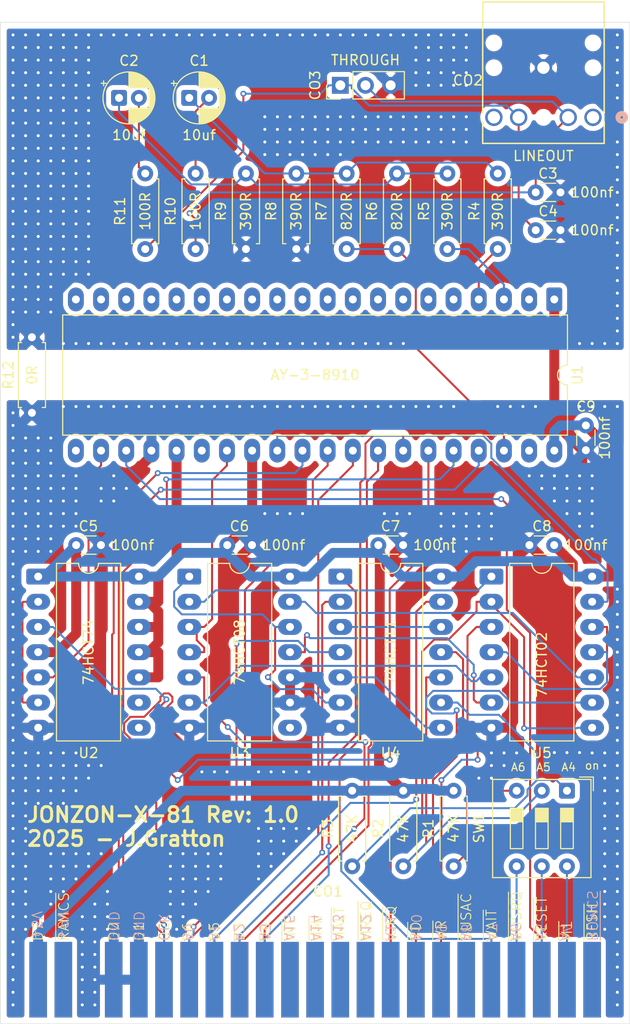
<source format=kicad_pcb>
(kicad_pcb (version 20241229) (generator "pcbnew") (generator_version "9.0")
  (title_block (title "JONZON-X-81") (date "2025-08-11") (rev "1.0"))
  (layers (0 "F.Cu" signal) (2 "B.Cu" signal) (13 "F.Paste" user) (15 "B.Paste" user) (5 "F.SilkS" user "F.Silkscreen") (7 "B.SilkS" user "B.Silkscreen") (1 "F.Mask" user) (3 "B.Mask" user) (25 "Edge.Cuts" user))
  (net 0 "")
  (net 1 "Net-(C1-Pad2)")
  (net 2 "Net-(C1-Pad1)")
  (net 3 "Net-(C2-Pad1)")
  (net 4 "Net-(C2-Pad2)")
  (net 5 "GND")
  (net 6 "VCC")
  (net 7 "/CLK")
  (net 8 "/D2")
  (net 9 "/D7")
  (net 10 "Net-(CO3-Pin_2)")
  (net 11 "/D5")
  (net 12 "Net-(CO3-Pin_1)")
  (net 16 "/A5")
  (net 20 "/~{RESET}")
  (net 22 "/A7")
  (net 25 "/D4")
  (net 27 "/A4")
  (net 28 "/A3")
  (net 29 "/~{RD}")
  (net 30 "/D6")
  (net 31 "/A6")
  (net 32 "/A2")
  (net 33 "/~{IOREQ}")
  (net 35 "/A1")
  (net 36 "/A0")
  (net 37 "/D3")
  (net 39 "/D0")
  (net 40 "/~{WR}")
  (net 41 "/D1")
  (net 48 "Net-(R1-Pad2)")
  (net 49 "Net-(R2-Pad2)")
  (net 50 "Net-(R3-Pad2)")
  (net 51 "/OUTB")
  (net 52 "/OUTA")
  (net 53 "/OUTC")
  (net 68 "/PSGCLK")
  (net 69 "/BDIR")
  (net 73 "/BC1")
  (net 77 "/VALID")
  (net 78 "/IORD")
  (net 79 "/IOWR")
  (net 85 "Net-(U2A-D)")
  (net 86 "Net-(U3-Pad6)")
  (net 88 "Net-(U3-Pad11)")
  (net 89 "Net-(U4-Pad12)")
  (net 90 "Net-(U4-Pad5)")
  (net 91 "Net-(U5-Pad11)")
  (net 93 "GND_AUDIO")
  (footprint "Capacitor_THT:C_Disc_D3.0mm_W1.6mm_P2.50mm" (layer "F.Cu") (at 59.71 100.965)
    (property "Reference" "C5")
    (property "Value" "100nf")
  )
  (footprint "Resistor_THT:R_Axial_DIN0207_L6.3mm_D2.5mm_P7.62mm_Horizontal" (layer "F.Cu") (at 102.235 71.12 90)
    (property "Reference" "R4")
    (property "Value" "390R")
  )
  (footprint "Package_DIP:DIP-40_W15.24mm_LongPads" (layer "F.Cu") (at 107.94 76.2 -90)
    (property "Reference" "U1")
    (property "Value" "AY-3-8910")
  )
  (footprint "Resistor_THT:R_Axial_DIN0207_L6.3mm_D2.5mm_P7.62mm_Horizontal" (layer "F.Cu") (at 66.675 63.5 -90)
    (property "Reference" "R11")
    (property "Value" "100R")
  )
  (footprint "Capacitor_THT:C_Disc_D3.0mm_W1.6mm_P2.50mm" (layer "F.Cu") (at 106.065 65.405)
    (property "Reference" "C3")
    (property "Value" "100nf")
  )
  (footprint "Resistor_THT:R_Axial_DIN0207_L6.3mm_D2.5mm_P7.62mm_Horizontal" (layer "F.Cu") (at 87.555 125.73 -90)
    (property "Reference" "R3")
    (property "Value" "47K")
  )
  (footprint "Capacitor_THT:C_Disc_D3.0mm_W1.6mm_P2.50mm" (layer "F.Cu") (at 74.95 100.965)
    (property "Reference" "C6")
    (property "Value" "100nf")
  )
  (footprint "ZX81_FOOTPRINT:EDGE ZX81 TOP" (layer "F.Cu") (at 85.1096 144.78)
    (property "Reference" "CO1")
    (property "Value" "Connector ZX81" (hide yes))
  )
  (footprint "Resistor_THT:R_Axial_DIN0207_L6.3mm_D2.5mm_P7.62mm_Horizontal" (layer "F.Cu") (at 97.785 125.73 -90)
    (property "Reference" "R1")
    (property "Value" "47K")
  )
  (footprint "Button_Switch_THT:SW_DIP_SPSTx03_Slide_9.78x9.8mm_W7.62mm_P2.54mm" (layer "F.Cu") (at 109.22 125.73 -90)
    (property "Reference" "SW1")
    (property "Value" "SW_DIP_x03" (hide yes))
  )
  (footprint "Resistor_THT:R_Axial_DIN0207_L6.3mm_D2.5mm_P7.62mm_Horizontal" (layer "F.Cu") (at 81.915 63.5 -90)
    (property "Reference" "R8")
    (property "Value" "390R")
  )
  (footprint "Resistor_THT:R_Axial_DIN0207_L6.3mm_D2.5mm_P7.62mm_Horizontal" (layer "F.Cu") (at 92.705 125.73 -90)
    (property "Reference" "R2")
    (property "Value" "47K")
  )
  (footprint "Resistor_THT:R_Axial_DIN0207_L6.3mm_D2.5mm_P7.62mm_Horizontal" (layer "F.Cu") (at 55.245 87.63 90)
    (property "Reference" "R12")
    (property "Value" "0R")
  )
  (footprint "Connector_PinHeader_2.54mm:PinHeader_1x03_P2.54mm_Vertical" (layer "F.Cu") (at 86.355 54.61 90)
    (property "Reference" "CO3")
    (property "Value" "THROUGH")
  )
  (footprint "Capacitor_THT:C_Disc_D3.0mm_W1.6mm_P2.50mm" (layer "F.Cu") (at 106.065 69.215)
    (property "Reference" "C4")
    (property "Value" "100nf")
  )
  (footprint "Capacitor_THT:CP_Radial_D5.0mm_P2.00mm" (layer "F.Cu") (at 64.035 55.88)
    (property "Reference" "C2")
    (property "Value" "10uf")
  )
  (footprint "Resistor_THT:R_Axial_DIN0207_L6.3mm_D2.5mm_P7.62mm_Horizontal" (layer "F.Cu") (at 86.995 63.5 -90)
    (property "Reference" "R7")
    (property "Value" "820R")
  )
  (footprint "Resistor_THT:R_Axial_DIN0207_L6.3mm_D2.5mm_P7.62mm_Horizontal" (layer "F.Cu") (at 97.155 71.12 90)
    (property "Reference" "R5")
    (property "Value" "390R")
  )
  (footprint "AudioJack:CONN5_SPC21348_MTC" (layer "F.Cu") (at 111.8451 57.84 180)
    (property "Reference" "CO2")
    (property "Value" "LINEOUT")
  )
  (footprint "Package_DIP:DIP-14_W10.16mm_LongPads" (layer "F.Cu") (at 86.36 104.14)
    (property "Reference" "U4")
    (property "Value" "74HCT11")
  )
  (footprint "Package_DIP:DIP-14_W10.16mm_LongPads" (layer "F.Cu") (at 101.6 104.14)
    (property "Reference" "U5")
    (property "Value" "74HCT02")
  )
  (footprint "Capacitor_THT:CP_Radial_D5.0mm_P2.00mm" (layer "F.Cu") (at 71.115 55.88)
    (property "Reference" "C1")
    (property "Value" "10uf")
  )
  (footprint "Resistor_THT:R_Axial_DIN0207_L6.3mm_D2.5mm_P7.62mm_Horizontal" (layer "F.Cu") (at 92.075 63.5 -90)
    (property "Reference" "R6")
    (property "Value" "820R")
  )
  (footprint "Capacitor_THT:C_Disc_D3.0mm_W1.6mm_P2.50mm" (layer "F.Cu") (at 111.125 88.9 -90)
    (property "Reference" "C9")
    (property "Value" "100nf")
  )
  (footprint "Package_DIP:DIP-14_W10.16mm_LongPads" (layer "F.Cu") (at 71.12 104.14)
    (property "Reference" "U3")
    (property "Value" "74HCT08")
  )
  (footprint "Package_DIP:DIP-14_W10.16mm_LongPads" (layer "F.Cu") (at 55.88 104.14)
    (property "Reference" "U2")
    (property "Value" "74HCT74")
  )
  (footprint "Resistor_THT:R_Axial_DIN0207_L6.3mm_D2.5mm_P7.62mm_Horizontal" (layer "F.Cu") (at 71.755 63.5 -90)
    (property "Reference" "R10")
    (property "Value" "100R")
  )
  (footprint "Capacitor_THT:C_Disc_D3.0mm_W1.6mm_P2.50mm" (layer "F.Cu") (at 90.19 100.965)
    (property "Reference" "C7")
    (property "Value" "100nf")
  )
  (footprint "Capacitor_THT:C_Disc_D3.0mm_W1.6mm_P2.50mm" (layer "F.Cu") (at 107.93 100.965 180)
    (property "Reference" "C8")
    (property "Value" "100nf")
  )
  (footprint "Resistor_THT:R_Axial_DIN0207_L6.3mm_D2.5mm_P7.62mm_Horizontal" (layer "F.Cu") (at 76.835 63.5 -90)
    (property "Reference" "R9")
    (property "Value" "390R")
  )
  (gr_rect (start 52.065 48.26) (end 115.565 149.225) (stroke (width 0.05)) (fill no) (layer "Edge.Cuts"))
  (gr_text "JONZON-X-81 Rev: 1.0\n2025 - J.Gratton" (at 54.61 131.445 0) (layer "F.SilkS") (effects (font (size 1.5 1.5) (thickness 0.3) (bold yes)) (justify left bottom)))
  (gr_text "A5" (at 106.045 123.825 0) (layer "F.SilkS") (effects (font (size 0.8 0.8) (thickness 0.12)) (justify left bottom)))
  (gr_text "A4" (at 108.585 123.825 0) (layer "F.SilkS") (effects (font (size 0.8 0.8) (thickness 0.12)) (justify left bottom)))
  (gr_text "A6" (at 103.505 123.825 0) (layer "F.SilkS") (effects (font (size 0.8 0.8) (thickness 0.12)) (justify left bottom)))
  (segment (start 71.755 57.24) (end 71.755 63.5) (width 0.2) (layer "F.Cu") (net 1))
  (segment (start 73.115 55.88) (end 71.755 57.24) (width 0.2) (layer "F.Cu") (net 1))
  (segment (start 102.235 63.5) (end 101.1325 62.3975) (width 0.2) (layer "B.Cu") (net 2))
  (segment (start 86.995 63.5) (end 81.915 63.5) (width 0.2) (layer "B.Cu") (net 2))
  (segment (start 78.735 63.5) (end 71.115 55.88) (width 0.2) (layer "B.Cu") (net 2))
  (segment (start 101.1325 62.3975) (end 88.0975 62.3975) (width 0.2) (layer "B.Cu") (net 2))
  (segment (start 88.0975 62.3975) (end 86.995 63.5) (width 0.2) (layer "B.Cu") (net 2))
  (segment (start 81.915 63.5) (end 78.735 63.5) (width 0.2) (layer "B.Cu") (net 2))
  (segment (start 64.035 57.3408) (end 71.2959 64.6017) (width 0.2) (layer "B.Cu") (net 3))
  (segment (start 71.2959 64.6017) (end 75.7333 64.6017) (width 0.2) (layer "B.Cu") (net 3))
  (segment (start 90.963 64.612) (end 77.947 64.612) (width 0.2) (layer "B.Cu") (net 3))
  (segment (start 77.947 64.612) (end 76.835 63.5) (width 0.2) (layer "B.Cu") (net 3))
  (segment (start 64.035 55.88) (end 64.035 57.3408) (width 0.2) (layer "B.Cu") (net 3))
  (segment (start 75.7333 64.6017) (end 76.835 63.5) (width 0.2) (layer "B.Cu") (net 3))
  (segment (start 92.075 63.5) (end 97.155 63.5) (width 0.2) (layer "B.Cu") (net 3))
  (segment (start 92.075 63.5) (end 90.963 64.612) (width 0.2) (layer "B.Cu") (net 3))
  (segment (start 66.035 62.86) (end 66.675 63.5) (width 0.2) (layer "F.Cu") (net 4))
  (segment (start 66.035 55.88) (end 66.035 62.86) (width 0.2) (layer "F.Cu") (net 4))
  (segment (start 67.3 91.9475) (end 62.21 97.0375) (width 1) (layer "F.Cu") (net 5))
  (segment (start 83.2317 116.84) (end 83.2317 114.3) (width 1) (layer "F.Cu") (net 5))
  (segment (start 71.0228 121.8773) (end 69.1683 120.0228) (width 1) (layer "F.Cu") (net 5))
  (segment (start 71.0228 136.856) (end 70.7314 137.1474) (width 1) (layer "F.Cu") (net 5))
  (segment (start 111.125 91.4) (end 110.7658 91.4) (width 1) (layer "F.Cu") (net 5))
  (segment (start 71.0228 136.856) (end 71.0228 121.8773) (width 1) (layer "F.Cu") (net 5))
  (segment (start 62.21 100.965) (end 62.21 115.0017) (width 1) (layer "F.Cu") (net 5))
  (segment (start 62.21 115.0017) (end 57.8317 119.38) (width 1) (layer "F.Cu") (net 5))
  (segment (start 81.28 116.84) (end 83.2317 116.84) (width 1) (layer "F.Cu") (net 5))
  (segment (start 110.7658 95.6292) (end 105.43 100.965) (width 1) (layer "F.Cu") (net 5))
  (segment (start 107.94 88.5742) (end 107.94 76.2) (width 1) (layer "F.Cu") (net 5))
  (segment (start 71.12 119.38) (end 69.1683 119.38) (width 1) (layer "F.Cu") (net 5))
  (segment (start 67.3 91.44) (end 67.3 91.9475) (width 1) (layer "F.Cu") (net 5))
  (segment (start 110.7658 91.4) (end 110.7658 95.6292) (width 1) (layer "F.Cu") (net 5))
  (segment (start 70.7314 137.1474) (end 71.0228 136.856) (width 1) (layer "F.Cu") (net 5))
  (segment (start 110.7658 91.4) (end 107.94 88.5742) (width 1) (layer "F.Cu") (net 5))
  (segment (start 62.21 97.0375) (end 62.21 100.965) (width 1) (layer "F.Cu") (net 5))
  (segment (start 69.1683 120.0228) (end 69.1683 119.38) (width 1) (layer "F.Cu") (net 5))
  (segment (start 81.28 114.3) (end 83.2317 114.3) (width 1) (layer "F.Cu") (net 5))
  (segment (start 55.88 119.38) (end 57.8317 119.38) (width 1) (layer "F.Cu") (net 5))
  (segment (start 70.7314 137.1474) (end 71.0228 136.856) (width 1) (layer "F.Cu") (net 5))
  (via (at 101.6 99.06) (size 0.6) (drill 0.3) (layers "F.Cu" "B.Cu") (net 5))
  (via (at 54.61 129.54) (size 0.6) (drill 0.3) (layers "F.Cu" "B.Cu") (net 5))
  (via (at 57.15 95.25) (size 0.6) (drill 0.3) (layers "F.Cu" "B.Cu") (net 5))
  (via (at 97.79 100.33) (size 0.6) (drill 0.3) (layers "F.Cu" "B.Cu") (net 5))
  (via (at 54.61 135.89) (size 0.6) (drill 0.3) (layers "F.Cu" "B.Cu") (net 5))
  (via (at 53.34 116.84) (size 0.6) (drill 0.3) (layers "F.Cu" "B.Cu") (net 5))
  (via (at 55.88 100.33) (size 0.6) (drill 0.3) (layers "F.Cu" "B.Cu") (net 5))
  (via (at 57.15 92.71) (size 0.6) (drill 0.3) (layers "F.Cu" "B.Cu") (net 5))
  (via (at 58.42 95.25) (size 0.6) (drill 0.3) (layers "F.Cu" "B.Cu") (net 5))
  (via (at 55.88 123.19) (size 0.6) (drill 0.3) (layers "F.Cu" "B.Cu") (net 5))
  (via (at 53.34 109.22) (size 0.6) (drill 0.3) (layers "F.Cu" "B.Cu") (net 5))
  (via (at 62.23 86.995) (size 0.6) (drill 0.3) (layers "F.Cu" "B.Cu") (net 5))
  (via (at 62.865 135.89) (size 0.6) (drill 0.3) (layers "F.Cu" "B.Cu") (net 5))
  (via (at 61.595 138.43) (size 0.6) (drill 0.3) (layers "F.Cu" "B.Cu") (net 5))
  (via (at 114.3 109.22) (size 0.6) (drill 0.3) (layers "F.Cu" "B.Cu") (net 5))
  (via (at 58.42 125.73) (size 0.6) (drill 0.3) (layers "F.Cu" "B.Cu") (net 5))
  (via (at 61.595 142.24) (size 0.6) (drill 0.3) (layers "F.Cu" "B.Cu") (net 5))
  (via (at 60.325 139.7) (size 0.6) (drill 0.3) (layers "F.Cu" "B.Cu") (net 5))
  (via (at 78.105 134.62) (size 0.6) (drill 0.3) (layers "F.Cu" "B.Cu") (net 5))
  (via (at 57.15 127) (size 0.6) (drill 0.3) (layers "F.Cu" "B.Cu") (net 5))
  (via (at 90.805 97.79) (size 0.6) (drill 0.3) (layers "F.Cu" "B.Cu") (net 5))
  (via (at 62.23 95.25) (size 0.6) (drill 0.3) (layers "F.Cu" "B.Cu") (net 5))
  (via (at 53.34 102.87) (size 0.6) (drill 0.3) (layers "F.Cu" "B.Cu") (net 5))
  (via (at 111.76 100.33) (size 0.6) (drill 0.3) (layers "F.Cu" "B.Cu") (net 5))
  (via (at 114.3 134.62) (size 0.6) (drill 0.3) (layers "F.Cu" "B.Cu") (net 5))
  (via (at 113.03 123.19) (size 0.6) (drill 0.3) (layers "F.Cu" "B.Cu") (net 5))
  (via (at 114.3 128.27) (size 0.6) (drill 0.3) (layers "F.Cu" "B.Cu") (net 5))
  (via (at 103.505 86.995) (size 0.6) (drill 0.3) (layers "F.Cu" "B.Cu") (net 5))
  (via (at 81.915 123.825) (size 0.6) (drill 0.3) (layers "F.Cu" "B.Cu") (net 5))
  (via (at 110.49 99.06) (size 0.6) (drill 0.3) (layers "F.Cu" "B.Cu") (net 5))
  (via (at 60.325 142.24) (size 0.6) (drill 0.3) (layers "F.Cu" "B.Cu") (net 5))
  (via (at 57.15 135.89) (size 0.6) (drill 0.3) (layers "F.Cu" "B.Cu") (net 5))
  (via (at 101.6 97.79) (size 0.6) (drill 0.3) (layers "F.Cu" "B.Cu") (net 5))
  (via (at 71.755 134.62) (size 0.6) (drill 0.3) (layers "F.Cu" "B.Cu") (net 5))
  (via (at 90.17 86.995) (size 0.6) (drill 0.3) (layers "F.Cu" "B.Cu") (net 5))
  (via (at 113.03 130.81) (size 0.6) (drill 0.3) (layers "F.Cu" "B.Cu") (net 5))
  (via (at 59.69 86.995) (size 0.6) (drill 0.3) (layers "F.Cu" "B.Cu") (net 5))
  (via (at 114.3 120.65) (size 0.6) (drill 0.3) (layers "F.Cu" "B.Cu") (net 5))
  (via (at 60.96 132.08) (size 0.6) (drill 0.3) (layers "F.Cu" "B.Cu") (net 5))
  (via (at 114.3 111.76) (size 0.6) (drill 0.3) (layers "F.Cu" "B.Cu") (net 5))
  (via (at 79.375 129.54) (size 0.6) (drill 0.3) (layers "F.Cu" "B.Cu") (net 5))
  (via (at 54.61 127) (size 0.6) (drill 0.3) (layers "F.Cu" "B.Cu") (net 5))
  (via (at 59.69 121.92) (size 0.6) (drill 0.3) (layers "F.Cu" "B.Cu") (net 5))
  (via (at 109.22 95.25) (size 0.6) (drill 0.3) (layers "F.Cu" "B.Cu") (net 5))
  (via (at 111.76 86.995) (size 0.6) (drill 0.3) (layers "F.Cu" "B.Cu") (net 5))
  (via (at 109.22 97.79) (size 0.6) (drill 0.3) (layers "F.Cu" "B.Cu") (net 5))
  (via (at 53.34 127) (size 0.6) (drill 0.3) (layers "F.Cu" "B.Cu") (net 5))
  (via (at 54.61 92.71) (size 0.6) (drill 0.3) (layers "F.Cu" "B.Cu") (net 5))
  (via (at 58.42 135.89) (size 0.6) (drill 0.3) (layers "F.Cu" "B.Cu") (net 5))
  (via (at 114.3 132.08) (size 0.6) (drill 0.3) (layers "F.Cu" "B.Cu") (net 5))
  (via (at 78.105 133.35) (size 0.6) (drill 0.3) (layers "F.Cu" "B.Cu") (net 5))
  (via (at 80.645 129.54) (size 0.6) (drill 0.3) (layers "F.Cu" "B.Cu") (net 5))
  (via (at 97.79 99.06) (size 0.6) (drill 0.3) (layers "F.Cu" "B.Cu") (net 5))
  (via (at 70.485 134.62) (size 0.6) (drill 0.3) (layers "F.Cu" "B.Cu") (net 5))
  (via (at 59.69 99.06) (size 0.6) (drill 0.3) (layers "F.Cu" "B.Cu") (net 5))
  (via (at 59.69 134.62) (size 0.6) (drill 0.3) (layers "F.Cu" "B.Cu") (net 5))
  (via (at 102.235 86.995) (size 0.6) (drill 0.3) (layers "F.Cu" "B.Cu") (net 5))
  (via (at 110.49 96.52) (size 0.6) (drill 0.3) (layers "F.Cu" "B.Cu") (net 5))
  (via (at 79.375 123.825) (size 0.6) (drill 0.3) (layers "F.Cu" "B.Cu") (net 5))
  (via (at 101.6 123.19) (size 0.6) (drill 0.3) (layers "F.Cu" "B.Cu") (net 5))
  (via (at 111.76 99.06) (size 0.6) (drill 0.3) (layers "F.Cu" "B.Cu") (net 5))
  (via (at 55.88 101.6) (size 0.6) (drill 0.3) (layers "F.Cu" "B.Cu") (net 5))
  (via (at 70.485 138.43) (size 0.6) (drill 0.3) (layers "F.Cu" "B.Cu") (net 5))
  (via (at 54.61 124.46) (size 0.6) (drill 0.3) (layers "F.Cu" "B.Cu") (net 5))
  (via (at 114.3 129.54) (size 0.6) (drill 0.3) (layers "F.Cu" "B.Cu") (net 5))
  (via (at 55.88 97.79) (size 0.6) (drill 0.3) (layers "F.Cu" "B.Cu") (net 5))
  (via (at 80.01 86.995) (size 0.6) (drill 0.3) (layers "F.Cu" "B.Cu") (net 5))
  (via (at 58.42 97.79) (size 0.6) (drill 0.3) (layers "F.Cu" "B.Cu") (net 5))
  (via (at 61.595 139.7) (size 0.6) (drill 0.3) (layers "F.Cu" "B.Cu") (net 5))
  (via (at 58.42 123.19) (size 0.6) (drill 0.3) (layers "F.Cu" "B.Cu") (net 5))
  (via (at 113.03 125.73) (size 0.6) (drill 0.3) (layers "F.Cu" "B.Cu") (net 5))
  (via (at 53.34 128.27) (size 0.6) (drill 0.3) (layers "F.Cu" "B.Cu") (net 5))
  (via (at 69.215 134.62) (size 0.6) (drill 0.3) (layers "F.Cu" "B.Cu") (net 5))
  (via (at 53.34 143.51) (size 0.6) (drill 0.3) (layers "F.Cu" "B.Cu") (net 5))
  (via (at 62.23 123.19) (size 0.6) (drill 0.3) (layers "F.Cu" "B.Cu") (net 5))
  (via (at 83.82 86.995) (size 0.6) (drill 0.3) (layers "F.Cu" "B.Cu") (net 5))
  (via (at 109.22 93.98) (size 0.6) (drill 0.3) (layers "F.Cu" "B.Cu") (net 5))
  (via (at 53.34 132.08) (size 0.6) (drill 0.3) (layers "F.Cu" "B.Cu") (net 5))
  (via (at 61.595 147.32) (size 0.6) (drill 0.3) (layers "F.Cu" "B.Cu") (net 5))
  (via (at 54.61 90.17) (size 0.6) (drill 0.3) (layers "F.Cu" "B.Cu") (net 5))
  (via (at 54.61 121.92) (size 0.6) (drill 0.3) (layers "F.Cu" "B.Cu") (net 5))
  (via (at 114.3 124.46) (size 0.6) (drill 0.3) (layers "F.Cu" "B.Cu") (net 5))
  (via (at 74.93 86.995) (size 0.6) (drill 0.3) (layers "F.Cu" "B.Cu") (net 5))
  (via (at 114.3 147.32) (size 0.6) (drill 0.3) (layers "F.Cu" "B.Cu") (net 5))
  (via (at 114.3 127) (size 0.6) (drill 0.3) (layers "F.Cu" "B.Cu") (net 5))
  (via (at 58.42 132.08) (size 0.6) (drill 0.3) (layers "F.Cu" "B.Cu") (net 5))
  (via (at 53.34 113.03) (size 0.6) (drill 0.3) (layers "F.Cu" "B.Cu") (net 5))
  (via (at 97.79 97.79) (size 0.6) (drill 0.3) (layers "F.Cu" "B.Cu") (net 5))
  (via (at 100.33 124.46) (size 0.6) (drill 0.3) (layers "F.Cu" "B.Cu") (net 5))
  (via (at 78.74 86.995) (size 0.6) (drill 0.3) (layers "F.Cu" "B.Cu") (net 5))
  (via (at 83.185 129.54) (size 0.6) (drill 0.3) (layers "F.Cu" "B.Cu") (net 5))
  (via (at 59.69 123.19) (size 0.6) (drill 0.3) (layers "F.Cu" "B.Cu") (net 5))
  (via (at 71.755 132.08) (size 0.6) (drill 0.3) (layers "F.Cu" "B.Cu") (net 5))
  (via (at 55.88 92.71) (size 0.6) (drill 0.3) (layers "F.Cu" "B.Cu") (net 5))
  (via (at 109.22 121.886142) (size 0.6) (drill 0.3) (layers "F.Cu" "B.Cu") (net 5))
  (via (at 113.03 129.54) (size 0.6) (drill 0.3) (layers "F.Cu" "B.Cu") (net 5))
  (via (at 54.61 95.25) (size 0.6) (drill 0.3) (layers "F.Cu" "B.Cu") (net 5))
  (via (at 114.3 110.49) (size 0.6) (drill 0.3) (layers "F.Cu" "B.Cu") (net 5))
  (via (at 54.61 96.52) (size 0.6) (drill 0.3) (layers "F.Cu" "B.Cu") (net 5))
  (via (at 73.66 86.995) (size 0.6) (drill 0.3) (layers "F.Cu" "B.Cu") (net 5))
  (via (at 96.52 100.33) (size 0.6) (drill 0.3) (layers "F.Cu" "B.Cu") (net 5))
  (via (at 74.295 134.62) (size 0.6) (drill 0.3) (layers "F.Cu" "B.Cu") (net 5))
  (via (at 99.06 97.79) (size 0.6) (drill 0.3) (layers "F.Cu" "B.Cu") (net 5))
  (via (at 53.34 147.32) (size 0.6) (drill 0.3) (layers "F.Cu" "B.Cu") (net 5))
  (via (at 58.42 124.46) (size 0.6) (drill 0.3) (layers "F.Cu" "B.Cu") (net 5))
  (via (at 68.58 86.995) (size 0.6) (drill 0.3) (layers "F.Cu" "B.Cu") (net 5))
  (via (at 88.9 86.995) (size 0.6) (drill 0.3) (layers "F.Cu" "B.Cu") (net 5))
  (via (at 64.77 86.995) (size 0.6) (drill 0.3) (layers "F.Cu" "B.Cu") (net 5))
  (via (at 53.34 144.78) (size 0.6) (drill 0.3) (layers "F.Cu" "B.Cu") (net 5))
  (via (at 60.96 123.19) (size 0.6) (drill 0.3) (layers "F.Cu" "B.Cu") (net 5))
  (via (at 63.5 86.995) (size 0.6) (drill 0.3) (layers "F.Cu" "B.Cu") (net 5))
  (via (at 114.3 133.35) (size 0.6) (drill 0.3) (layers "F.Cu" "B.Cu") (net 5))
  (via (at 114.3 113.03) (size 0.6) (drill 0.3) (layers "F.Cu" "B.Cu") (net 5))
  (via (at 113.03 133.35) (size 0.6) (drill 0.3) (layers "F.Cu" "B.Cu") (net 5))
  (via (at 80.01 97.79) (size 0.6) (drill 0.3) (layers "F.Cu" "B.Cu") (net 5))
  (via (at 61.595 140.97) (size 0.6) (drill 0.3) (layers "F.Cu" "B.Cu") (net 5))
  (via (at 58.42 93.98) (size 0.6) (drill 0.3) (layers "F.Cu" "B.Cu") (net 5))
  (via (at 54.61 125.73) (size 0.6) (drill 0.3) (layers "F.Cu" "B.Cu") (net 5))
  (via (at 60.325 146.05) (size 0.6) (drill 0.3) (layers "F.Cu" "B.Cu") (net 5))
  (via (at 113.03 86.995) (size 0.6) (drill 0.3) (layers "F.Cu" "B.Cu") (net 5))
  (via (at 59.69 95.25) (size 0.6) (drill 0.3) (layers "F.Cu" "B.Cu") (net 5))
  (via (at 78.74 97.79) (size 0.6) (drill 0.3) (layers "F.Cu" "B.Cu") (net 5))
  (via (at 59.69 124.46) (size 0.6) (drill 0.3) (layers "F.Cu" "B.Cu") (net 5))
  (via (at 69.215 135.89) (size 0.6) (drill 0.3) (layers "F.Cu" "B.Cu") (net 5))
  (via (at 58.42 99.06) (size 0.6) (drill 0.3) (layers "F.Cu" "B.Cu") (net 5))
  (via (at 113.03 124.46) (size 0.6) (drill 0.3) (layers "F.Cu" "B.Cu") (net 5))
  (via (at 105.41 93.98) (size 0.6) (drill 0.3) (layers "F.Cu" "B.Cu") (net 5))
  (via (at 57.15 132.08) (size 0.6) (drill 0.3) (layers "F.Cu" "B.Cu") (net 5))
  (via (at 100.33 99.06) (size 0.6) (drill 0.3) (layers "F.Cu" "B.Cu") (net 5))
  (via (at 60.325 138.43) (size 0.6) (drill 0.3) (layers "F.Cu" "B.Cu") (net 5))
  (via (at 110.49 97.79) (size 0.6) (drill 0.3) (layers "F.Cu" "B.Cu") (net 5))
  (via (at 73.025 135.89) (size 0.6) (drill 0.3) (layers "F.Cu" "B.Cu") (net 5))
  (via (at 53.34 120.65) (size 0.6) (drill 0.3) (layers "F.Cu" "B.Cu") (net 5))
  (via (at 69.215 138.43) (size 0.6) (drill 0.3) (layers "F.Cu" "B.Cu") (net 5))
  (via (at 95.25 86.995) (size 0.6) (drill 0.3) (layers "F.Cu" "B.Cu") (net 5))
  (via (at 101.6 100.33) (size 0.6) (drill 0.3) (layers "F.Cu" "B.Cu") (net 5))
  (via (at 63.5 95.25) (size 0.6) (drill 0.3) (layers "F.Cu" "B.Cu") (net 5))
  (via (at 53.34 130.81) (size 0.6) (drill 0.3) (layers "F.Cu" "B.Cu") (net 5))
  (via (at 107.95 96.52) (size 0.6) (drill 0.3) (layers "F.Cu" "B.Cu") (net 5))
  (via (at 74.295 133.35) (size 0.6) (drill 0.3) (layers "F.Cu" "B.Cu") (net 5))
  (via (at 53.34 135.89) (size 0.6) (drill 0.3) (layers "F.Cu" "B.Cu") (net 5))
  (via (at 53.34 125.73) (size 0.6) (drill 0.3) (layers "F.Cu" "B.Cu") (net 5))
  (via (at 53.34 121.92) (size 0.6) (drill 0.3) (layers "F.Cu" "B.Cu") (net 5))
  (via (at 57.15 97.79) (size 0.6) (drill 0.3) (layers "F.Cu" "B.Cu") (net 5))
  (via (at 62.865 137.16) (size 0.6) (drill 0.3) (layers "F.Cu" "B.Cu") (net 5))
  (via (at 110.49 95.25) (size 0.6) (drill 0.3) (layers "F.Cu" "B.Cu") (net 5))
  (via (at 54.61 97.79) (size 0.6) (drill 0.3) (layers "F.Cu" "B.Cu") (net 5))
  (via (at 101.6 124.46) (size 0.6) (drill 0.3) (layers "F.Cu" "B.Cu") (net 5))
  (via (at 114.3 130.81) (size 0.6) (drill 0.3) (layers "F.Cu" "B.Cu") (net 5))
  (via (at 57.15 123.19) (size 0.6) (drill 0.3) (layers "F.Cu" "B.Cu") (net 5))
  (via (at 113.03 132.08) (size 0.6) (drill 0.3) (layers "F.Cu" "B.Cu") (net 5))
  (via (at 82.55 97.79) (size 0.6) (drill 0.3) (layers "F.Cu" "B.Cu") (net 5))
  (via (at 55.88 90.17) (size 0.6) (drill 0.3) (layers "F.Cu" "B.Cu") (net 5))
  (via (at 55.88 124.46) (size 0.6) (drill 0.3) (layers "F.Cu" "B.Cu") (net 5))
  (via (at 61.595 143.51) (size 0.6) (drill 0.3) (layers "F.Cu" "B.Cu") (net 5))
  (via (at 53.34 115.57) (size 0.6) (drill 0.3) (layers "F.Cu" "B.Cu") (net 5))
  (via (at 69.85 86.995) (size 0.6) (drill 0.3) (layers "F.Cu" "B.Cu") (net 5))
  (via (at 60.96 124.46) (size 0.6) (drill 0.3) (layers "F.Cu" "B.Cu") (net 5))
  (via (at 114.3 139.7) (size 0.6) (drill 0.3) (layers "F.Cu" "B.Cu") (net 5))
  (via (at 58.42 133.35) (size 0.6) (drill 0.3) (layers "F.Cu" "B.Cu") (net 5))
  (via (at 54.61 101.6) (size 0.6) (drill 0.3) (layers "F.Cu" "B.Cu") (net 5))
  (via (at 96.52 101.6) (size 0.6) (drill 0.3) (layers "F.Cu" "B.Cu") (net 5))
  (via (at 53.34 137.16) (size 0.6) (drill 0.3) (layers "F.Cu" "B.Cu") (net 5))
  (via (at 73.66 123.825) (size 0.6) (drill 0.3) (layers "F.Cu" "B.Cu") (net 5))
  (via (at 110.49 121.886142) (size 0.6) (drill 0.3) (layers "F.Cu" "B.Cu") (net 5))
  (via (at 86.36 86.995) (size 0.6) (drill 0.3) (layers "F.Cu" "B.Cu") (net 5))
  (via (at 69.215 132.08) (size 0.6) (drill 0.3) (layers "F.Cu" "B.Cu") (net 5))
  (via (at 107.95 93.98) (size 0.6) (drill 0.3) (layers "F.Cu" "B.Cu") (net 5))
  (via (at 57.15 101.6) (size 0.6) (drill 0.3) (layers "F.Cu" "B.Cu") (net 5))
  (via (at 100.33 97.79) (size 0.6) (drill 0.3) (layers "F.Cu" "B.Cu") (net 5))
  (via (at 79.375 132.08) (size 0.6) (drill 0.3) (layers "F.Cu" "B.Cu") (net 5))
  (via (at 54.61 134.62) (size 0.6) (drill 0.3) (layers "F.Cu" "B.Cu") (net 5))
  (via (at 62.23 132.08) (size 0.6) (drill 0.3) (layers "F.Cu" "B.Cu") (net 5))
  (via (at 53.34 93.98) (size 0.6) (drill 0.3) (layers "F.Cu" "B.Cu") (net 5))
  (via (at 69.215 133.35) (size 0.6) (drill 0.3) (layers "F.Cu" "B.Cu") (net 5))
  (via (at 114.3 137.16) (size 0.6) (drill 0.3) (layers "F.Cu" "B.Cu") (net 5))
  (via (at 59.69 133.35) (size 0.6) (drill 0.3) (layers "F.Cu" "B.Cu") (net 5))
  (via (at 114.3 123.19) (size 0.6) (drill 0.3) (layers "F.Cu" "B.Cu") (net 5))
  (via (at 110.49 86.995) (size 0.6) (drill 0.3) (layers "F.Cu" "B.Cu") (net 5))
  (via (at 71.12 86.995) (size 0.6) (drill 0.3) (layers "F.Cu" "B.Cu") (net 5))
  (via (at 82.55 86.995) (size 0.6) (drill 0.3) (layers "F.Cu" "B.Cu") (net 5))
  (via (at 96.52 86.995) (size 0.6) (drill 0.3) (layers "F.Cu" "B.Cu") (net 5))
  (via (at 107.95 121.886142) (size 0.6) (drill 0.3) (layers "F.Cu" "B.Cu") (net 5))
  (via (at 54.61 133.35) (size 0.6) (drill 0.3) (layers "F.Cu" "B.Cu") (net 5))
  (via (at 61.595 146.05) (size 0.6) (drill 0.3) (layers "F.Cu" "B.Cu") (net 5))
  (via (at 63.5 96.52) (size 0.6) (drill 0.3) (layers "F.Cu" "B.Cu") (net 5))
  (via (at 71.755 135.89) (size 0.6) (drill 0.3) (layers "F.Cu" "B.Cu") (net 5))
  (via (at 114.3 140.97) (size 0.6) (drill 0.3) (layers "F.Cu" "B.Cu") (net 5))
  (via (at 93.98 86.995) (size 0.6) (drill 0.3) (layers "F.Cu" "B.Cu") (net 5))
  (via (at 59.69 125.73) (size 0.6) (drill 0.3) (layers "F.Cu" "B.Cu") (net 5))
  (via (at 54.61 99.06) (size 0.6) (drill 0.3) (layers "F.Cu" "B.Cu") (net 5))
  (via (at 111.76 95.25) (size 0.6) (drill 0.3) (layers "F.Cu" "B.Cu") (net 5))
  (via (at 54.61 123.19) (size 0.6) (drill 0.3) (layers "F.Cu" "B.Cu") (net 5))
  (via (at 71.755 133.35) (size 0.6) (drill 0.3) (layers "F.Cu" "B.Cu") (net 5))
  (via (at 55.88 91.44) (size 0.6) (drill 0.3) (layers "F.Cu" "B.Cu") (net 5))
  (via (at 114.3 107.95) (size 0.6) (drill 0.3) (layers "F.Cu" "B.Cu") (net 5))
  (via (at 60.96 133.35) (size 0.6) (drill 0.3) (layers "F.Cu" "B.Cu") (net 5))
  (via (at 113.03 137.16) (size 0.6) (drill 0.3) (layers "F.Cu" "B.Cu") (net 5))
  (via (at 72.39 86.995) (size 0.6) (drill 0.3) (layers "F.Cu" "B.Cu") (net 5))
  (via (at 101.6 121.92) (size 0.6) (drill 0.3) (layers "F.Cu" "B.Cu") (net 5))
  (via (at 113.03 128.27) (size 0.6) (drill 0.3) (layers "F.Cu" "B.Cu") (net 5))
  (via (at 93.345 97.79) (size 0.6) (drill 0.3) (layers "F.Cu" "B.Cu") (net 5))
  (via (at 81.915 129.54) (size 0.6) (drill 0.3) (layers "F.Cu" "B.Cu") (net 5))
  (via (at 54.61 100.33) (size 0.6) (drill 0.3) (layers "F.Cu" "B.Cu") (net 5))
  (via (at 97.79 86.995) (size 0.6) (drill 0.3) (layers "F.Cu" "B.Cu") (net 5))
  (via (at 53.34 106.68) (size 0.6) (drill 0.3) (layers "F.Cu" "B.Cu") (net 5))
  (via (at 79.375 133.35) (size 0.6) (drill 0.3) (layers "F.Cu" "B.Cu") (net 5))
  (via (at 57.15 91.44) (size 0.6) (drill 0.3) (layers "F.Cu" "B.Cu") (net 5))
  (via (at 111.76 96.52) (size 0.6) (drill 0.3) (layers "F.Cu" "B.Cu") (net 5))
  (via (at 55.88 93.98) (size 0.6) (drill 0.3) (layers "F.Cu" "B.Cu") (net 5))
  (via (at 74.295 132.08) (size 0.6) (drill 0.3) (layers "F.Cu" "B.Cu") (net 5))
  (via (at 53.34 129.54) (size 0.6) (drill 0.3) (layers "F.Cu" "B.Cu") (net 5))
  (via (at 53.34 139.7) (size 0.6) (drill 0.3) (layers "F.Cu" "B.Cu") (net 5))
  (via (at 55.88 127) (size 0.6) (drill 0.3) (layers "F.Cu" "B.Cu") (net 5))
  (via (at 109.22 96.52) (size 0.6) (drill 0.3) (layers "F.Cu" "B.Cu") (net 5))
  (via (at 54.61 130.81) (size 0.6) (drill 0.3) (layers "F.Cu" "B.Cu") (net 5))
  (via (at 102.87 121.92) (size 0.6) (drill 0.3) (layers "F.Cu" "B.Cu") (net 5))
  (via (at 53.34 91.44) (size 0.6) (drill 0.3) (layers "F.Cu" "B.Cu") (net 5))
  (via (at 114.3 146.05) (size 0.6) (drill 0.3) (layers "F.Cu" "B.Cu") (net 5))
  (via (at 53.34 88.9) (size 0.6) (drill 0.3) (layers "F.Cu" "B.Cu") (net 5))
  (via (at 66.04 86.995) (size 0.6) (drill 0.3) (layers "F.Cu" "B.Cu") (net 5))
  (via (at 99.06 101.6) (size 0.6) (drill 0.3) (layers "F.Cu" "B.Cu") (net 5))
  (via (at 106.045 86.995) (size 0.6) (drill 0.3) (layers "F.Cu" "B.Cu") (net 5))
  (via (at 60.325 143.51) (size 0.6) (drill 0.3) (layers "F.Cu" "B.Cu") (net 5))
  (via (at 58.42 121.92) (size 0.6) (drill 0.3) (layers "F.Cu" "B.Cu") (net 5))
  (via (at 58.42 96.52) (size 0.6) (drill 0.3) (layers "F.Cu" "B.Cu") (net 5))
  (via (at 63.5 93.98) (size 0.6) (drill 0.3) (layers "F.Cu" "B.Cu") (net 5))
  (via (at 54.61 138.43) (size 0.6) (drill 0.3) (layers "F.Cu" "B.Cu") (net 5))
  (via (at 79.375 130.81) (size 0.6) (drill 0.3) (layers "F.Cu" "B.Cu") (net 5))
  (via (at 53.34 92.71) (size 0.6) (drill 0.3) (layers "F.Cu" "B.Cu") (net 5))
  (via (at 53.34 99.06) (size 0.6) (drill 0.3) (layers "F.Cu" "B.Cu") (net 5))
  (via (at 106.68 93.98) (size 0.6) (drill 0.3) (layers "F.Cu" "B.Cu") (net 5))
  (via (at 114.3 115.57) (size 0.6) (drill 0.3) (layers "F.Cu" "B.Cu") (net 5))
  (via (at 53.34 107.95) (size 0.6) (drill 0.3) (layers "F.Cu" "B.Cu") (net 5))
  (via (at 114.3 125.73) (size 0.6) (drill 0.3) (layers "F.Cu" "B.Cu") (net 5))
  (via (at 59.69 93.98) (size 0.6) (drill 0.3) (layers "F.Cu" "B.Cu") (net 5))
  (via (at 72.39 123.825) (size 0.6) (drill 0.3) (layers "F.Cu" "B.Cu") (net 5))
  (via (at 59.69 132.08) (size 0.6) (drill 0.3) (layers "F.Cu" "B.Cu") (net 5))
  (via (at 53.34 118.11) (size 0.6) (drill 0.3) (layers "F.Cu" "B.Cu") (net 5))
  (via (at 114.3 142.24) (size 0.6) (drill 0.3) (layers "F.Cu" "B.Cu") (net 5))
  (via (at 57.15 100.33) (size 0.6) (drill 0.3) (layers "F.Cu" "B.Cu") (net 5))
  (via (at 61.595 144.78) (size 0.6) (drill 0.3) (layers "F.Cu" "B.Cu") (net 5))
  (via (at 60.325 144.78) (size 0.6) (drill 0.3) (layers "F.Cu" "B.Cu") (net 5))
  (via (at 54.61 137.16) (size 0.6) (drill 0.3) (layers "F.Cu" "B.Cu") (net 5))
  (via (at 92.075 97.79) (size 0.6) (drill 0.3) (layers "F.Cu" "B.Cu") (net 5))
  (via (at 61.595 137.16) (size 0.6) (drill 0.3) (layers "F.Cu" "B.Cu") (net 5))
  (via (at 81.28 97.79) (size 0.6) (drill 0.3) (layers "F.Cu" "B.Cu") (net 5))
  (via (at 78.105 129.54) (size 0.6) (drill 0.3) (layers "F.Cu" "B.Cu") (net 5))
  (via (at 53.34 97.79) (size 0.6) (drill 0.3) (layers "F.Cu" "B.Cu") (net 5))
  (via (at 71.755 137.16) (size 0.6) (drill 0.3) (layers "F.Cu" "B.Cu") (net 5))
  (via (at 69.215 137.16) (size 0.6) (drill 0.3) (layers "F.Cu" "B.Cu") (net 5))
  (via (at 74.93 123.825) (size 0.6) (drill 0.3) (layers "F.Cu" "B.Cu") (net 5))
  (via (at 102.87 123.19) (size 0.6) (drill 0.3) (layers "F.Cu" "B.Cu") (net 5))
  (via (at 57.15 125.73) (size 0.6) (drill 0.3) (layers "F.Cu" "B.Cu") (net 5))
  (via (at 83.185 123.825) (size 0.6) (drill 0.3) (layers "F.Cu" "B.Cu") (net 5))
  (via (at 54.61 132.08) (size 0.6) (drill 0.3) (layers "F.Cu" "B.Cu") (net 5))
  (via (at 53.34 134.62) (size 0.6) (drill 0.3) (layers "F.Cu" "B.Cu") (net 5))
  (via (at 73.025 132.08) (size 0.6) (drill 0.3) (layers "F.Cu" "B.Cu") (net 5))
  (via (at 53.34 105.41) (size 0.6) (drill 0.3) (layers "F.Cu" "B.Cu") (net 5))
  (via (at 53.34 90.17) (size 0.6) (drill 0.3) (layers "F.Cu" "B.Cu") (net 5))
  (via (at 53.34 138.43) (size 0.6) (drill 0.3) (layers "F.Cu" "B.Cu") (net 5))
  (via (at 113.03 134.62) (size 0.6) (drill 0.3) (layers "F.Cu" "B.Cu") (net 5))
  (via (at 60.325 147.32) (size 0.6) (drill 0.3) (layers "F.Cu" "B.Cu") (net 5))
  (via (at 58.42 127) (size 0.6) (drill 0.3) (layers "F.Cu" "B.Cu") (net 5))
  (via (at 78.105 132.08) (size 0.6) (drill 0.3) (layers "F.Cu" "B.Cu") (net 5))
  (via (at 80.645 123.825) (size 0.6) (drill 0.3) (layers "F.Cu" "B.Cu") (net 5))
  (via (at 113.03 138.43) (size 0.6) (drill 0.3) (layers "F.Cu" "B.Cu") (net 5))
  (via (at 114.3 116.84) (size 0.6) (drill 0.3) (layers "F.Cu" "B.Cu") (net 5))
  (via (at 97.79 101.6) (size 0.6) (drill 0.3) (layers "F.Cu" "B.Cu") (net 5))
  (via (at 81.915 130.81) (size 0.6) (drill 0.3) (layers "F.Cu" "B.Cu") (net 5))
  (via (at 77.47 86.995) (size 0.6) (drill 0.3) (layers "F.Cu" "B.Cu") (net 5))
  (via (at 55.88 99.06) (size 0.6) (drill 0.3) (layers "F.Cu" "B.Cu") (net 5))
  (via (at 85.09 86.995) (size 0.6) (drill 0.3) (layers "F.Cu" "B.Cu") (net 5))
  (via (at 69.85 139.7) (size 0.6) (drill 0.3) (layers "F.Cu" "B.Cu") (net 5))
  (via (at 57.15 134.62) (size 0.6) (drill 0.3) (layers "F.Cu" "B.Cu") (net 5))
  (via (at 113.03 135.89) (size 0.6) (drill 0.3) (layers "F.Cu" "B.Cu") (net 5))
  (via (at 110.49 93.98) (size 0.6) (drill 0.3) (layers "F.Cu" "B.Cu") (net 5))
  (via (at 111.76 93.98) (size 0.6) (drill 0.3) (layers "F.Cu" "B.Cu") (net 5))
  (via (at 70.485 137.16) (size 0.6) (drill 0.3) (layers "F.Cu" "B.Cu") (net 5))
  (via (at 114.3 86.995) (size 0.6) (drill 0.3) (layers "F.Cu" "B.Cu") (net 5))
  (via (at 53.34 123.19) (size 0.6) (drill 0.3) (layers "F.Cu" "B.Cu") (net 5))
  (via (at 106.68 95.25) (size 0.6) (drill 0.3) (layers "F.Cu" "B.Cu") (net 5))
  (via (at 53.34 142.24) (size 0.6) (drill 0.3) (layers "F.Cu" "B.Cu") (net 5))
  (via (at 57.15 133.35) (size 0.6) (drill 0.3) (layers "F.Cu" "B.Cu") (net 5))
  (via (at 114.3 105.41) (size 0.6) (drill 0.3) (layers "F.Cu" "B.Cu") (net 5))
  (via (at 80.645 130.81) (size 0.6) (drill 0.3) (layers "F.Cu" "B.Cu") (net 5))
  (via (at 70.485 133.35) (size 0.6) (drill 0.3) (layers "F.Cu" "B.Cu") (net 5))
  (via (at 53.34 124.46) (size 0.6) (drill 0.3) (layers "F.Cu" "B.Cu") (net 5))
  (via (at 57.15 93.98) (size 0.6) (drill 0.3) (layers "F.Cu" "B.Cu") (net 5))
  (via (at 78.105 123.825) (size 0.6) (drill 0.3) (layers "F.Cu" "B.Cu") (net 5))
  (via (at 59.69 96.52) (size 0.6) (drill 0.3) (layers "F.Cu" "B.Cu") (net 5))
  (via (at 104.775 86.995) (size 0.6) (drill 0.3) (layers "F.Cu" "B.Cu") (net 5))
  (via (at 60.96 86.995) (size 0.6) (drill 0.3) (layers "F.Cu" "B.Cu") (net 5))
  (via (at 59.69 97.79) (size 0.6) (drill 0.3) (layers "F.Cu" "B.Cu") (net 5))
  (via (at 54.61 91.44) (size 0.6) (drill 0.3) (layers "F.Cu" "B.Cu") (net 5))
  (via (at 55.88 96.52) (size 0.6) (drill 0.3) (layers "F.Cu" "B.Cu") (net 5))
  (via (at 70.485 135.89) (size 0.6) (drill 0.3) (layers "F.Cu" "B.Cu") (net 5))
  (via (at 114.3 135.89) (size 0.6) (drill 0.3) (layers "F.Cu" "B.Cu") (net 5))
  (via (at 111.76 121.92) (size 0.6) (drill 0.3) (layers "F.Cu" "B.Cu") (net 5))
  (via (at 87.63 86.995) (size 0.6) (drill 0.3) (layers "F.Cu" "B.Cu") (net 5))
  (via (at 54.61 128.27) (size 0.6) (drill 0.3) (layers "F.Cu" "B.Cu") (net 5))
  (via (at 57.15 99.06) (size 0.6) (drill 0.3) (layers "F.Cu" "B.Cu") (net 5))
  (via (at 113.03 121.92) (size 0.6) (drill 0.3) (layers "F.Cu" "B.Cu") (net 5))
  (via (at 114.3 118.11) (size 0.6) (drill 0.3) (layers "F.Cu" "B.Cu") (net 5))
  (via (at 70.485 132.08) (size 0.6) (drill 0.3) (layers "F.Cu" "B.Cu") (net 5))
  (via (at 57.15 121.92) (size 0.6) (drill 0.3) (layers "F.Cu" "B.Cu") (net 5))
  (via (at 62.23 96.52) (size 0.6) (drill 0.3) (layers "F.Cu" "B.Cu") (net 5))
  (via (at 55.88 121.92) (size 0.6) (drill 0.3) (layers "F.Cu" "B.Cu") (net 5))
  (via (at 53.34 100.33) (size 0.6) (drill 0.3) (layers "F.Cu" "B.Cu") (net 5))
  (via (at 62.865 139.7) (size 0.6) (drill 0.3) (layers "F.Cu" "B.Cu") (net 5))
  (via (at 91.44 86.995) (size 0.6) (drill 0.3) (layers "F.Cu" "B.Cu") (net 5))
  (via (at 54.61 93.98) (size 0.6) (drill 0.3) (layers "F.Cu" "B.Cu") (net 5))
  (via (at 100.33 100.33) (size 0.6) (drill 0.3) (layers "F.Cu" "B.Cu") (net 5))
  (via (at 55.88 125.73) (size 0.6) (drill 0.3) (layers "F.Cu" "B.Cu") (net 5))
  (via (at 104.14 121.92) (size 0.6) (drill 0.3) (layers "F.Cu" "B.Cu") (net 5))
  (via (at 58.42 86.995) (size 0.6) (drill 0.3) (layers "F.Cu" "B.Cu") (net 5))
  (via (at 107.95 95.25) (size 0.6) (drill 0.3) (layers "F.Cu" "B.Cu") (net 5))
  (via (at 114.3 138.43) (size 0.6) (drill 0.3) (layers "F.Cu" "B.Cu") (net 5))
  (via (at 53.34 133.35) (size 0.6) (drill 0.3) (layers "F.Cu" "B.Cu") (net 5))
  (via (at 111.76 97.79) (size 0.6) (drill 0.3) (layers "F.Cu" "B.Cu") (net 5))
  (via (at 76.2 86.995) (size 0.6) (drill 0.3) (layers "F.Cu" "B.Cu") (net 5))
  (via (at 53.34 140.97) (size 0.6) (drill 0.3) (layers "F.Cu" "B.Cu") (net 5))
  (via (at 55.88 95.25) (size 0.6) (drill 0.3) (layers "F.Cu" "B.Cu") (net 5))
  (via (at 73.025 133.35) (size 0.6) (drill 0.3) (layers "F.Cu" "B.Cu") (net 5))
  (via (at 113.03 139.7) (size 0.6) (drill 0.3) (layers "F.Cu" "B.Cu") (net 5))
  (via (at 81.28 86.995) (size 0.6) (drill 0.3) (layers "F.Cu" "B.Cu") (net 5))
  (via (at 53.34 111.76) (size 0.6) (drill 0.3) (layers "F.Cu" "B.Cu") (net 5))
  (via (at 53.34 119.38) (size 0.6) (drill 0.3) (layers "F.Cu" "B.Cu") (net 5))
  (via (at 53.34 146.05) (size 0.6) (drill 0.3) (layers "F.Cu" "B.Cu") (net 5))
  (via (at 57.15 137.16) (size 0.6) (drill 0.3) (layers "F.Cu" "B.Cu") (net 5))
  (via (at 53.34 101.6) (size 0.6) (drill 0.3) (layers "F.Cu" "B.Cu") (net 5))
  (via (at 57.15 90.17) (size 0.6) (drill 0.3) (layers "F.Cu" "B.Cu") (net 5))
  (via (at 53.34 87.63) (size 0.6) (drill 0.3) (layers "F.Cu" "B.Cu") (net 5))
  (via (at 64.77 95.25) (size 0.6) (drill 0.3) (layers "F.Cu" "B.Cu") (net 5))
  (via (at 80.645 132.08) (size 0.6) (drill 0.3) (layers "F.Cu" "B.Cu") (net 5))
  (via (at 114.3 119.38) (size 0.6) (drill 0.3) (layers "F.Cu" "B.Cu") (net 5))
  (via (at 53.34 95.25) (size 0.6) (drill 0.3) (layers "F.Cu" "B.Cu") (net 5))
  (via (at 99.06 100.33) (size 0.6) (drill 0.3) (layers "F.Cu" "B.Cu") (net 5))
  (via (at 114.3 143.51) (size 0.6) (drill 0.3) (layers "F.Cu" "B.Cu") (net 5))
  (via (at 113.03 127) (size 0.6) (drill 0.3) (layers "F.Cu" "B.Cu") (net 5))
  (via (at 114.3 144.78) (size 0.6) (drill 0.3) (layers "F.Cu" "B.Cu") (net 5))
  (via (at 92.71 86.995) (size 0.6) (drill 0.3) (layers "F.Cu" "B.Cu") (net 5))
  (via (at 114.3 114.3) (size 0.6) (drill 0.3) (layers "F.Cu" "B.Cu") (net 5))
  (via (at 53.34 110.49) (size 0.6) (drill 0.3) (layers "F.Cu" "B.Cu") (net 5))
  (via (at 53.34 96.52) (size 0.6) (drill 0.3) (layers "F.Cu" "B.Cu") (net 5))
  (via (at 54.61 139.7) (size 0.6) (drill 0.3) (layers "F.Cu" "B.Cu") (net 5))
  (via (at 53.34 104.14) (size 0.6) (drill 0.3) (layers "F.Cu" "B.Cu") (net 5))
  (via (at 53.34 114.3) (size 0.6) (drill 0.3) (layers "F.Cu" "B.Cu") (net 5))
  (via (at 62.865 138.43) (size 0.6) (drill 0.3) (layers "F.Cu" "B.Cu") (net 5))
  (via (at 57.15 124.46) (size 0.6) (drill 0.3) (layers "F.Cu" "B.Cu") (net 5))
  (via (at 67.31 86.995) (size 0.6) (drill 0.3) (layers "F.Cu" "B.Cu") (net 5))
  (via (at 73.025 134.62) (size 0.6) (drill 0.3) (layers "F.Cu" "B.Cu") (net 5))
  (via (at 114.3 106.68) (size 0.6) (drill 0.3) (layers "F.Cu" "B.Cu") (net 5))
  (via (at 114.3 121.92) (size 0.6) (drill 0.3) (layers "F.Cu" "B.Cu") (net 5))
  (via (at 78.105 130.81) (size 0.6) (drill 0.3) (layers "F.Cu" "B.Cu") (net 5))
  (via (at 58.42 134.62) (size 0.6) (drill 0.3) (layers "F.Cu" "B.Cu") (net 5))
  (via (at 99.06 99.06) (size 0.6) (drill 0.3) (layers "F.Cu" "B.Cu") (net 5))
  (via (at 60.325 140.97) (size 0.6) (drill 0.3) (layers "F.Cu" "B.Cu") (net 5))
  (via (at 96.52 97.79) (size 0.6) (drill 0.3) (layers "F.Cu" "B.Cu") (net 5))
  (via (at 96.52 99.06) (size 0.6) (drill 0.3) (layers "F.Cu" "B.Cu") (net 5))
  (via (at 57.15 96.52) (size 0.6) (drill 0.3) (layers "F.Cu" "B.Cu") (net 5))
  (segment (start 77.45 99.4121) (end 91.1371 99.4121) (width 1) (layer "B.Cu") (net 5))
  (segment (start 86.36 119.38) (end 84.4083 119.38) (width 1) (layer "B.Cu") (net 5))
  (segment (start 99.6483 119.38) (end 98.0858 120.9425) (width 1) (layer "B.Cu") (net 5))
  (segment (start 71.12 119.38) (end 69.1683 119.38) (width 1) (layer "B.Cu") (net 5))
  (segment (start 55.245 87.63) (end 65.4417 87.63) (width 1) (layer "B.Cu") (net 5))
  (segment (start 55.88 119.38) (end 57.8317 119.38) (width 1) (layer "B.Cu") (net 5))
  (segment (start 86.36 119.38) (end 88.3117 119.38) (width 1) (layer "B.Cu") (net 5))
  (segment (start 75.3974 116.84) (end 73.0717 119.1657) (width 1) (layer "B.Cu") (net 5))
  (segment (start 81.6959 116.84) (end 81.28 116.84) (width 1) (layer "B.Cu") (net 5))
  (segment (start 69.1059 137.1474) (end 66.035 140.2183) (width 1) (layer "B.Cu") (net 5))
  (segment (start 81.6959 116.84) (end 83.2317 116.84) (width 1) (layer "B.Cu") (net 5))
  (segment (start 62.21 100.965) (end 63.7629 99.4121) (width 1) (layer "B.Cu") (net 5))
  (segment (start 66.035 144.78) (end 66.035 140.2183) (width 1) (layer "B.Cu") (net 5))
  (segment (start 67.3 91.44) (end 67.3 89.4883) (width 1) (layer "B.Cu") (net 5))
  (segment (start 91.1371 99.4121) (end 92.69 100.965) (width 1) (layer "B.Cu") (net 5))
  (segment (start 71.12 119.38) (end 73.0717 119.38) (width 1) (layer "B.Cu") (net 5))
  (segment (start 105.43 100.965) (end 92.69 100.965) (width 1) (layer "B.Cu") (net 5))
  (segment (start 71.0228 136.856) (end 70.7314 137.1474) (width 1) (layer "B.Cu") (net 5))
  (segment (start 69.1683 119.38) (end 67.581 120.9673) (width 1) (layer "B.Cu") (net 5))
  (segment (start 83.2317 116.84) (end 84.4083 118.0166) (width 1) (layer "B.Cu") (net 5))
  (segment (start 65.4417 87.63) (end 67.3 89.4883) (width 1) (layer "B.Cu") (net 5))
  (segment (start 63.7629 99.4121) (end 77.45 99.4121) (width 1) (layer "B.Cu") (net 5))
  (segment (start 70.7314 137.1474) (end 71.0228 136.856) (width 1) (layer "B.Cu") (net 5))
  (segment (start 84.4083 118.0166) (end 84.4083 119.38) (width 1) (layer "B.Cu") (net 5))
  (segment (start 67.581 120.9673) (end 59.419 120.9673) (width 1) (layer "B.Cu") (net 5))
  (segment (start 63.495 144.78) (end 66.035 144.78) (width 1) (layer "B.Cu") (net 5))
  (segment (start 98.0858 120.9425) (end 90.4731 120.9425) (width 1) (layer "B.Cu") (net 5))
  (segment (start 73.0717 119.1657) (end 73.0717 119.38) (width 1) (layer "B.Cu") (net 5))
  (segment (start 59.419 120.9673) (end 57.8317 119.38) (width 1) (layer "B.Cu") (net 5))
  (segment (start 70.7314 137.1474) (end 69.1059 137.1474) (width 1) (layer "B.Cu") (net 5))
  (segment (start 81.28 116.84) (end 75.3974 116.84) (width 1) (layer "B.Cu") (net 5))
  (segment (start 88.9106 119.38) (end 88.3117 119.38) (width 1) (layer "B.Cu") (net 5))
  (segment (start 101.6 119.38) (end 99.6483 119.38) (width 1) (layer "B.Cu") (net 5))
  (segment (start 90.4731 120.9425) (end 88.9106 119.38) (width 1) (layer "B.Cu") (net 5))
  (segment (start 77.45 100.965) (end 77.45 99.4121) (width 1) (layer "B.Cu") (net 5))
  (segment (start 109.8083 102.8433) (end 107.93 100.965) (width 1) (layer "F.Cu") (net 6))
  (segment (start 90.2611 123.2861) (end 90.2611 121.5089) (width 1) (layer "F.Cu") (net 6))
  (segment (start 77.46 98.455) (end 74.95 100.965) (width 1) (layer "F.Cu") (net 6))
  (segment (start 67.0159 106.68) (end 67.9917 106.68) (width 1) (layer "F.Cu") (net 6))
  (segment (start 66.04 106.68) (end 67.0159 106.68) (width 1) (layer "F.Cu") (net 6))
  (segment (start 67.9917 106.68) (end 67.9917 104.14) (width 1) (layer "F.Cu") (net 6))
  (segment (start 90.3323 121.4377) (end 90.3323 101.1073) (width 1) (layer "F.Cu") (net 6))
  (segment (start 92.705 125.73) (end 90.2611 123.2861) (width 1) (layer "F.Cu") (net 6))
  (segment (start 66.04 104.14) (end 67.9917 104.14) (width 1) (layer "F.Cu") (net 6))
  (segment (start 67.9917 114.3) (end 67.9917 111.76) (width 1) (layer "F.Cu") (net 6))
  (segment (start 69.84 91.44) (end 69.84 102.2917) (width 1) (layer "F.Cu") (net 6))
  (segment (start 66.04 114.3) (end 67.9917 114.3) (width 1) (layer "F.Cu") (net 6))
  (segment (start 66.04 111.76) (end 67.0159 111.76) (width 1) (layer "F.Cu") (net 6))
  (segment (start 67.9917 107.6558) (end 67.9917 109.22) (width 1) (layer "F.Cu") (net 6))
  (segment (start 111.76 104.14) (end 113.7117 104.14) (width 1) (layer "F.Cu") (net 6))
  (segment (start 66.04 109.22) (end 67.9917 109.22) (width 1) (layer "F.Cu") (net 6))
  (segment (start 69.84 102.2917) (end 67.9917 104.14) (width 1) (layer "F.Cu") (net 6))
  (segment (start 90.3323 101.1073) (end 90.19 100.965) (width 1) (layer "F.Cu") (net 6))
  (segment (start 67.0159 111.76) (end 67.9917 111.76) (width 1) (layer "F.Cu") (net 6))
  (segment (start 109.8083 104.14) (end 109.8083 102.8433) (width 1) (layer "F.Cu") (net 6))
  (segment (start 90.2611 121.5089) (end 90.3323 121.4377) (width 1) (layer "F.Cu") (net 6))
  (segment (start 66.04 109.22) (end 67.9917 109.22) (width 1) (layer "F.Cu") (net 6))
  (segment (start 77.46 91.44) (end 77.46 98.455) (width 1) (layer "F.Cu") (net 6))
  (segment (start 111.125 88.9) (end 113.7117 91.4867) (width 1) (layer "F.Cu") (net 6))
  (segment (start 67.9917 110.7842) (end 67.9917 109.22) (width 1) (layer "F.Cu") (net 6))
  (segment (start 67.0159 111.76) (end 67.9917 110.7842) (width 1) (layer "F.Cu") (net 6))
  (segment (start 55.88 111.76) (end 57.8317 111.76) (width 1) (layer "F.Cu") (net 6))
  (segment (start 67.0159 106.68) (end 67.9917 107.6558) (width 1) (layer "F.Cu") (net 6))
  (segment (start 59.71 109.8817) (end 57.8317 111.76) (width 1) (layer "F.Cu") (net 6))
  (segment (start 111.76 104.14) (end 109.8083 104.14) (width 1) (layer "F.Cu") (net 6))
  (segment (start 59.71 100.965) (end 59.71 109.8817) (width 1) (layer "F.Cu") (net 6))
  (segment (start 113.7117 91.4867) (end 113.7117 104.14) (width 1) (layer "F.Cu") (net 6))
  (segment (start 95.9673 125.555) (end 96.1423 125.73) (width 1) (layer "B.Cu") (net 6))
  (segment (start 108.2556 102.5873) (end 100.0244 102.5873) (width 1) (layer "B.Cu") (net 6))
  (segment (start 109.8083 104.14) (end 108.2556 102.5873) (width 1) (layer "B.Cu") (net 6))
  (segment (start 81.28 104.14) (end 83.2317 104.14) (width 1) (layer "B.Cu") (net 6))
  (segment (start 55.875 144.78) (end 55.875 140.2183) (width 1) (layer "B.Cu") (net 6))
  (segment (start 87.555 125.73) (end 92.705 125.73) (width 1) (layer "B.Cu") (net 6))
  (segment (start 74.95 101.7525) (end 70.3792 101.7525) (width 1) (layer "B.Cu") (net 6))
  (segment (start 96.1423 125.73) (end 97.785 125.73) (width 1) (layer "B.Cu") (net 6))
  (segment (start 111.76 104.14) (end 109.8083 104.14) (width 1) (layer "B.Cu") (net 6))
  (segment (start 96.52 104.14) (end 98.4717 104.14) (width 1) (layer "B.Cu") (net 6))
  (segment (start 90.19 101.7525) (end 85.6192 101.7525) (width 1) (layer "B.Cu") (net 6))
  (segment (start 100.0244 102.5873) (end 98.4717 104.14) (width 1) (layer "B.Cu") (net 6))
  (segment (start 90.19 101.7525) (end 90.19 100.965) (width 1) (layer "B.Cu") (net 6))
  (segment (start 92.705 125.73) (end 92.88 125.555) (width 1) (layer "B.Cu") (net 6))
  (segment (start 70.3792 101.7525) (end 67.9917 104.14) (width 1) (layer "B.Cu") (net 6))
  (segment (start 56.2075 104.14) (end 56.535 104.14) (width 1) (layer "B.Cu") (net 6))
  (segment (start 56.2075 104.14) (end 66.04 104.14) (width 1) (layer "B.Cu") (net 6))
  (segment (start 55.875 140.2183) (end 70.3633 125.73) (width 1) (layer "B.Cu") (net 6))
  (segment (start 77.3375 104.14) (end 81.28 104.14) (width 1) (layer "B.Cu") (net 6))
  (segment (start 85.6192 101.7525) (end 83.2317 104.14) (width 1) (layer "B.Cu") (net 6))
  (segment (start 66.04 104.14) (end 67.9917 104.14) (width 1) (layer "B.Cu") (net 6))
  (segment (start 74.95 101.7525) (end 77.3375 104.14) (width 1) (layer "B.Cu") (net 6))
  (segment (start 107.94 91.44) (end 107.94 89.4883) (width 1) (layer "B.Cu") (net 6))
  (segment (start 70.3633 125.73) (end 87.555 125.73) (width 1) (layer "B.Cu") (net 6))
  (segment (start 74.95 100.965) (end 74.95 101.7525) (width 1) (layer "B.Cu") (net 6))
  (segment (start 92.88 125.555) (end 95.9673 125.555) (width 1) (layer "B.Cu") (net 6))
  (segment (start 96.52 104.14) (end 92.5775 104.14) (width 1) (layer "B.Cu") (net 6))
  (segment (start 108.5283 88.9) (end 107.94 89.4883) (width 1) (layer "B.Cu") (net 6))
  (segment (start 92.5775 104.14) (end 90.19 101.7525) (width 1) (layer "B.Cu") (net 6))
  (segment (start 55.88 104.14) (end 56.2075 104.14) (width 1) (layer "B.Cu") (net 6))
  (segment (start 111.125 88.9) (end 108.5283 88.9) (width 1) (layer "B.Cu") (net 6))
  (segment (start 56.535 104.14) (end 59.71 100.965) (width 1) (layer "B.Cu") (net 6))
  (segment (start 67.7876 138.4703) (end 68.575 139.2577) (width 0.2) (layer "F.Cu") (net 7))
  (segment (start 68.8109 116.5214) (end 68.8109 116.6091) (width 0.2) (layer "F.Cu") (net 7))
  (segment (start 67.7876 117.6324) (end 67.7876 138.4703) (width 0.2) (layer "F.Cu") (net 7))
  (segment (start 68.8109 116.6091) (end 67.7876 117.6324) (width 0.2) (layer "F.Cu") (net 7))
  (via (at 68.8109 116.5214) (size 0.6) (drill 0.3) (layers "F.Cu" "B.Cu") (net 7))
  (via (at 68.575 139.2577) (size 0.6) (drill 0.3) (layers "F.Cu" "B.Cu") (net 7))
  (segment (start 67.7412 115.4517) (end 68.8109 116.5214) (width 0.2) (layer "B.Cu") (net 7))
  (segment (start 63.6134 115.4517) (end 67.7412 115.4517) (width 0.2) (layer "B.Cu") (net 7))
  (segment (start 55.88 109.22) (end 57.3817 109.22) (width 0.2) (layer "B.Cu") (net 7))
  (segment (start 68.575 144.78) (end 68.575 140.6683) (width 0.2) (layer "B.Cu") (net 7))
  (segment (start 57.3817 109.22) (end 63.6134 115.4517) (width 0.2) (layer "B.Cu") (net 7))
  (segment (start 68.575 140.6683) (end 68.575 139.2577) (width 0.2) (layer "B.Cu") (net 7))
  (segment (start 69.0601 115.9197) (end 68.5618 115.9197) (width 0.2) (layer "F.Cu") (net 8))
  (segment (start 66.5738 118.2782) (end 66.5738 118.2783) (width 0.2) (layer "F.Cu") (net 8))
  (segment (start 69.4126 116.7706) (end 69.4126 116.2722) (width 0.2) (layer "F.Cu") (net 8))
  (segment (start 68.2639 117.9193) (end 69.4126 116.7706) (width 0.2) (layer "F.Cu") (net 8))
  (segment (start 64.5383 119.8364) (end 66.8965 122.1946) (width 0.2) (layer "F.Cu") (net 8))
  (segment (start 68.575 140.2803) (end 68.575 144.78) (width 0.2) (layer "F.Cu") (net 8))
  (segment (start 69.4126 116.2722) (end 69.0601 115.9197) (width 0.2) (layer "F.Cu") (net 8))
  (segment (start 68.5618 115.9197) (end 68.2092 116.2723) (width 0.2) (layer "F.Cu") (net 8))
  (segment (start 68.2639 122.9567) (end 68.2639 117.9193) (width 0.2) (layer "F.Cu") (net 8))
  (segment (start 68.2092 116.6428) (end 66.5738 118.2782) (width 0.2) (layer "F.Cu") (net 8))
  (segment (start 66.8966 138.6019) (end 68.575 140.2803) (width 0.2) (layer "F.Cu") (net 8))
  (segment (start 91.339 122.6042) (end 91.339 105.3943) (width 0.2) (layer "F.Cu") (net 8))
  (segment (start 69.9542 124.647) (end 68.2639 122.9567) (width 0.2) (layer "F.Cu") (net 8))
  (segment (start 66.8965 122.1946) (end 66.8966 122.1946) (width 0.2) (layer "F.Cu") (net 8))
  (segment (start 66.8966 122.1946) (end 66.8966 138.6019) (width 0.2) (layer "F.Cu") (net 8))
  (segment (start 95.24 101.4933) (end 95.24 91.44) (width 0.2) (layer "F.Cu") (net 8))
  (segment (start 66.5738 118.2783) (end 65.1836 118.2783) (width 0.2) (layer "F.Cu") (net 8))
  (segment (start 64.5383 118.9236) (end 64.5383 119.8364) (width 0.2) (layer "F.Cu") (net 8))
  (segment (start 91.339 105.3943) (end 95.24 101.4933) (width 0.2) (layer "F.Cu") (net 8))
  (segment (start 65.1836 118.2783) (end 64.5383 118.9236) (width 0.2) (layer "F.Cu") (net 8))
  (segment (start 68.2092 116.2723) (end 68.2092 116.6428) (width 0.2) (layer "F.Cu") (net 8))
  (via (at 91.339 122.6042) (size 0.6) (drill 0.3) (layers "F.Cu" "B.Cu") (net 8))
  (via (at 69.9542 124.647) (size 0.6) (drill 0.3) (layers "F.Cu" "B.Cu") (net 8))
  (segment (start 71.997 122.6042) (end 69.9542 124.647) (width 0.2) (layer "B.Cu") (net 8))
  (segment (start 91.0543 122.6042) (end 71.997 122.6042) (width 0.2) (layer "B.Cu") (net 8))
  (segment (start 91.0543 122.6042) (end 91.339 122.6042) (width 0.2) (layer "B.Cu") (net 8))
  (segment (start 55.875 131.2701) (end 63.3332 123.8119) (width 0.2) (layer "F.Cu") (net 9))
  (segment (start 55.875 144.78) (end 55.875 131.2701) (width 0.2) (layer "F.Cu") (net 9))
  (segment (start 63.495 109.837) (end 63.495 98.1497) (width 0.2) (layer "F.Cu") (net 9))
  (segment (start 63.495 98.1497) (end 67.9385 93.7062) (width 0.2) (layer "F.Cu") (net 9))
  (segment (start 63.3332 109.9988) (end 63.495 109.837) (width 0.2) (layer "F.Cu") (net 9))
  (segment (start 63.3332 123.8119) (end 63.3332 109.9988) (width 0.2) (layer "F.Cu") (net 9))
  (via (at 67.9385 93.7062) (size 0.6) (drill 0.3) (layers "F.Cu" "B.Cu") (net 9))
  (segment (start 67.9385 93.7062) (end 81.7755 93.7062) (width 0.2) (layer "B.Cu") (net 9))
  (segment (start 82.54 91.44) (end 82.54 92.9417) (width 0.2) (layer "B.Cu") (net 9))
  (segment (start 81.7755 93.7062) (end 82.54 92.9417) (width 0.2) (layer "B.Cu") (net 9))
  (segment (start 71.1495 67.5095) (end 71.755 68.115) (width 0.2) (layer "F.Cu") (net 10))
  (segment (start 106.065 65.405) (end 106.065 61.1201) (width 0.2) (layer "F.Cu") (net 10))
  (segment (start 106.065 61.1201) (end 109.3451 57.84) (width 0.2) (layer "F.Cu") (net 10))
  (segment (start 71.755 68.115) (end 71.755 71.12) (width 0.2) (layer "F.Cu") (net 10))
  (via (at 71.1495 67.5095) (size 0.6) (drill 0.3) (layers "F.Cu" "B.Cu") (net 10))
  (segment (start 107.7621 56.257) (end 109.3451 57.84) (width 0.2) (layer "B.Cu") (net 10))
  (segment (start 90.5405 56.2555) (end 107.1123 56.2555) (width 0.2) (layer "B.Cu") (net 10))
  (segment (start 107.1138 56.257) (end 107.7621 56.257) (width 0.2) (layer "B.Cu") (net 10))
  (segment (start 107.1123 56.2555) (end 107.1138 56.257) (width 0.2) (layer "B.Cu") (net 10))
  (segment (start 106.065 65.405) (end 73.254 65.405) (width 0.2) (layer "B.Cu") (net 10))
  (segment (start 88.895 54.61) (end 90.5405 56.2555) (width 0.2) (layer "B.Cu") (net 10))
  (segment (start 73.254 65.405) (end 71.1495 67.5095) (width 0.2) (layer "B.Cu") (net 10))
  (segment (start 73.655 144.78) (end 73.655 140.6683) (width 0.2) (layer "F.Cu") (net 11))
  (segment (start 73.655 140.6683) (end 84.1286 130.1947) (width 0.2) (layer "F.Cu") (net 11))
  (segment (start 87.62 91.44) (end 87.62 92.9417) (width 0.2) (layer "F.Cu") (net 11))
  (segment (start 84.1286 130.1947) (end 84.1286 96.4331) (width 0.2) (layer "F.Cu") (net 11))
  (segment (start 84.1286 96.4331) (end 87.62 92.9417) (width 0.2) (layer "F.Cu") (net 11))
  (segment (start 76.5768 61.2182) (end 76.5768 55.4557) (width 0.2) (layer "F.Cu") (net 12))
  (segment (start 66.675 71.12) (end 76.5768 61.2182) (width 0.2) (layer "F.Cu") (net 12))
  (segment (start 104.3451 67.4951) (end 104.3451 57.84) (width 0.2) (layer "F.Cu") (net 12))
  (segment (start 106.065 69.215) (end 104.3451 67.4951) (width 0.2) (layer "F.Cu") (net 12))
  (via (at 76.5768 55.4557) (size 0.6) (drill 0.3) (layers "F.Cu" "B.Cu") (net 12))
  (segment (start 86.355 54.61) (end 85.2033 54.61) (width 0.2) (layer "B.Cu") (net 12))
  (segment (start 87.5067 54.8979) (end 87.5067 54.61) (width 0.2) (layer "B.Cu") (net 12))
  (segment (start 86.355 54.61) (end 87.5067 54.61) (width 0.2) (layer "B.Cu") (net 12))
  (segment (start 84.3576 55.4557) (end 85.2033 54.61) (width 0.2) (layer "B.Cu") (net 12))
  (segment (start 89.2661 56.6573) (end 87.5067 54.8979) (width 0.2) (layer "B.Cu") (net 12))
  (segment (start 103.1624 56.6573) (end 89.2661 56.6573) (width 0.2) (layer "B.Cu") (net 12))
  (segment (start 104.3451 57.84) (end 103.1624 56.6573) (width 0.2) (layer "B.Cu") (net 12))
  (segment (start 76.5768 55.4557) (end 84.3576 55.4557) (width 0.2) (layer "B.Cu") (net 12))
  (segment (start 106.675 144.78) (end 106.675 133.355) (width 0.2) (layer "B.Cu") (net 16))
  (segment (start 106.675 133.355) (end 106.68 133.35) (width 0.2) (layer "B.Cu") (net 16))
  (segment (start 102.6363 96.3287) (end 102.5872 96.3287) (width 0.2) (layer "F.Cu") (net 20))
  (segment (start 103.1502 96.8426) (end 102.6363 96.3287) (width 0.2) (layer "F.Cu") (net 20))
  (segment (start 105.4984 139.4917) (end 105.4984 109.8255) (width 0.2) (layer "F.Cu") (net 20))
  (segment (start 103.1502 107.4773) (end 103.1502 96.8426) (width 0.2) (layer "F.Cu") (net 20))
  (segment (start 106.675 144.78) (end 106.675 140.6683) (width 0.2) (layer "F.Cu") (net 20))
  (segment (start 106.675 140.6683) (end 105.4984 139.4917) (width 0.2) (layer "F.Cu") (net 20))
  (segment (start 105.4984 109.8255) (end 103.1502 107.4773) (width 0.2) (layer "F.Cu") (net 20))
  (via (at 102.5872 96.3287) (size 0.6) (drill 0.3) (layers "F.Cu" "B.Cu") (net 20))
  (segment (start 64.76 92.9417) (end 68.147 96.3287) (width 0.2) (layer "B.Cu") (net 20))
  (segment (start 64.76 91.44) (end 64.76 92.9417) (width 0.2) (layer "B.Cu") (net 20))
  (segment (start 102.6363 96.3287) (end 102.5872 96.3287) (width 0.2) (layer "B.Cu") (net 20))
  (segment (start 68.147 96.3287) (end 102.6363 96.3287) (width 0.2) (layer "B.Cu") (net 20))
  (segment (start 75.00495 119.30505) (end 72.6217 116.9218) (width 0.2) (layer "F.Cu") (net 22))
  (segment (start 72.6217 116.9218) (end 72.6217 114.3) (width 0.2) (layer "F.Cu") (net 22))
  (segment (start 88.7927 128.5361) (end 87.7563 129.5725) (width 0.2) (layer "F.Cu") (net 22))
  (segment (start 88.8789 120.8357) (end 88.7927 120.9219) (width 0.2) (layer "F.Cu") (net 22))
  (segment (start 88.7927 120.9219) (end 88.8789 120.8357) (width 0.2) (layer "F.Cu") (net 22))
  (segment (start 88.8789 120.8357) (end 88.7927 120.9219) (width 0.2) (layer "F.Cu") (net 22))
  (segment (start 72.6217 114.3) (end 71.12 114.3) (width 0.2) (layer "F.Cu") (net 22))
  (segment (start 88.7927 120.9219) (end 88.7927 128.5361) (width 0.2) (layer "F.Cu") (net 22))
  (via (at 75.00495 119.30505) (size 0.6) (drill 0.3) (layers "F.Cu" "B.Cu") (net 22))
  (via (at 88.8789 120.8357) (size 0.6) (drill 0.3) (layers "F.Cu" "B.Cu") (net 22))
  (via (at 87.7563 129.5725) (size 0.6) (drill 0.3) (layers "F.Cu" "B.Cu") (net 22))
  (segment (start 88.8789 120.8357) (end 88.7927 120.9219) (width 0.2) (layer "B.Cu") (net 22))
  (segment (start 76.5356 120.8357) (end 88.8789 120.8357) (width 0.2) (layer "B.Cu") (net 22))
  (segment (start 101.595 140.6683) (end 93.2891 140.6683) (width 0.2) (layer "B.Cu") (net 22))
  (segment (start 88.7927 120.9219) (end 88.8789 120.8357) (width 0.2) (layer "B.Cu") (net 22))
  (segment (start 75.00495 119.30505) (end 76.5356 120.8357) (width 0.2) (layer "B.Cu") (net 22))
  (segment (start 101.595 144.78) (end 101.595 140.6683) (width 0.2) (layer "B.Cu") (net 22))
  (segment (start 86.4533 130.8755) (end 87.7563 129.5725) (width 0.2) (layer "B.Cu") (net 22))
  (segment (start 86.4533 133.8325) (end 86.4533 130.8755) (width 0.2) (layer "B.Cu") (net 22))
  (segment (start 93.2891 140.6683) (end 86.4533 133.8325) (width 0.2) (layer "B.Cu") (net 22))
  (segment (start 78.725 139.7244) (end 89.2001 129.2493) (width 0.2) (layer "F.Cu") (net 25))
  (segment (start 89.2001 129.2493) (end 89.2001 121.3654) (width 0.2) (layer "F.Cu") (net 25))
  (segment (start 89.2001 118.8673) (end 89.0338 118.701) (width 0.2) (layer "F.Cu") (net 25))
  (segment (start 90.16 93.4623) (end 90.16 92.9417) (width 0.2) (layer "F.Cu") (net 25))
  (segment (start 89.2001 121.3654) (end 89.4806 121.0849) (width 0.2) (layer "F.Cu") (net 25))
  (segment (start 89.0338 94.5885) (end 90.16 93.4623) (width 0.2) (layer "F.Cu") (net 25))
  (segment (start 89.4806 119.1478) (end 89.2001 118.8673) (width 0.2) (layer "F.Cu") (net 25))
  (segment (start 78.725 144.78) (end 78.725 139.7244) (width 0.2) (layer "F.Cu") (net 25))
  (segment (start 89.0338 118.701) (end 89.0338 94.5885) (width 0.2) (layer "F.Cu") (net 25))
  (segment (start 90.16 91.44) (end 90.16 92.9417) (width 0.2) (layer "F.Cu") (net 25))
  (segment (start 89.4806 121.0849) (end 89.4806 119.1478) (width 0.2) (layer "F.Cu") (net 25))
  (segment (start 89.2001 118.8673) (end 89.0338 118.701) (width 0.2) (layer "F.Cu") (net 25))
  (segment (start 109.215 133.355) (end 109.215 144.78) (width 0.2) (layer "B.Cu") (net 27))
  (segment (start 109.22 133.35) (end 109.215 133.355) (width 0.2) (layer "B.Cu") (net 27))
  (segment (start 85.1802 122.915) (end 85.1802 130.7548) (width 0.2) (layer "F.Cu") (net 28))
  (segment (start 86.36 104.14) (end 87.9152 105.6952) (width 0.2) (layer "F.Cu") (net 28))
  (segment (start 87.9152 105.6952) (end 87.9152 120.18) (width 0.2) (layer "F.Cu") (net 28))
  (segment (start 85.1802 130.7548) (end 85.1802 131.3251) (width 0.2) (layer "F.Cu") (net 28))
  (segment (start 87.9152 120.18) (end 85.1802 122.915) (width 0.2) (layer "F.Cu") (net 28))
  (via (at 85.1802 131.3251) (size 0.6) (drill 0.3) (layers "F.Cu" "B.Cu") (net 28))
  (segment (start 85.1802 134.2231) (end 78.735 140.6683) (width 0.2) (layer "B.Cu") (net 28))
  (segment (start 78.735 144.78) (end 78.735 140.6683) (width 0.2) (layer "B.Cu") (net 28))
  (segment (start 85.1802 131.3251) (end 85.1802 134.2231) (width 0.2) (layer "B.Cu") (net 28))
  (segment (start 95.7083 134.0677) (end 93.975 135.801) (width 0.2) (layer "F.Cu") (net 29))
  (segment (start 98.0976 122.26) (end 95.7083 124.6493) (width 0.2) (layer "F.Cu") (net 29))
  (segment (start 93.975 135.801) (end 93.975 144.78) (width 0.2) (layer "F.Cu") (net 29))
  (segment (start 98.0976 117.6216) (end 98.0976 122.26) (width 0.2) (layer "F.Cu") (net 29))
  (segment (start 95.7083 124.6493) (end 95.7083 134.0677) (width 0.2) (layer "F.Cu") (net 29))
  (via (at 98.0976 117.6216) (size 0.6) (drill 0.3) (layers "F.Cu" "B.Cu") (net 29))
  (segment (start 95.0183 117.347) (end 95.613 117.9417) (width 0.2) (layer "B.Cu") (net 29))
  (segment (start 103.5581 116.84) (end 102.3804 115.6623) (width 0.2) (layer "B.Cu") (net 29))
  (segment (start 111.76 116.84) (end 103.5581 116.84) (width 0.2) (layer "B.Cu") (net 29))
  (segment (start 95.0183 116.3608) (end 95.0183 117.347) (width 0.2) (layer "B.Cu") (net 29))
  (segment (start 102.3804 115.6623) (end 95.7168 115.6623) (width 0.2) (layer "B.Cu") (net 29))
  (segment (start 95.613 117.9417) (end 97.7775 117.9417) (width 0.2) (layer "B.Cu") (net 29))
  (segment (start 95.7168 115.6623) (end 95.0183 116.3608) (width 0.2) (layer "B.Cu") (net 29))
  (segment (start 97.7775 117.9417) (end 98.0976 117.6216) (width 0.2) (layer "B.Cu") (net 29))
  (segment (start 85.08 91.44) (end 85.08 92.9417) (width 0.2) (layer "F.Cu") (net 30))
  (segment (start 83.5783 98.6435) (end 83.5783 94.4434) (width 0.2) (layer "F.Cu") (net 30))
  (segment (start 76.7361 135.114) (end 76.7361 105.4857) (width 0.2) (layer "F.Cu") (net 30))
  (segment (start 71.115 144.78) (end 71.115 140.6683) (width 0.2) (layer "F.Cu") (net 30))
  (segment (start 71.115 140.6683) (end 71.1818 140.6683) (width 0.2) (layer "F.Cu") (net 30))
  (segment (start 71.1818 140.6683) (end 76.7361 135.114) (width 0.2) (layer "F.Cu") (net 30))
  (segment (start 83.5783 94.4434) (end 85.08 92.9417) (width 0.2) (layer "F.Cu") (net 30))
  (segment (start 76.7361 105.4857) (end 83.5783 98.6435) (width 0.2) (layer "F.Cu") (net 30))
  (segment (start 104.14 133.35) (end 104.135 133.355) (width 0.2) (layer "B.Cu") (net 31))
  (segment (start 104.135 133.355) (end 104.135 144.78) (width 0.2) (layer "B.Cu") (net 31))
  (segment (start 84.5303 107.008) (end 84.5303 131.9549) (width 0.2) (layer "F.Cu") (net 32))
  (segment (start 84.8583 106.68) (end 84.5303 107.008) (width 0.2) (layer "F.Cu") (net 32))
  (segment (start 86.36 106.68) (end 84.8583 106.68) (width 0.2) (layer "F.Cu") (net 32))
  (via (at 84.5303 131.9549) (size 0.6) (drill 0.3) (layers "F.Cu" "B.Cu") (net 32))
  (segment (start 76.195 140.2902) (end 84.5303 131.9549) (width 0.2) (layer "B.Cu") (net 32))
  (segment (start 76.195 144.78) (end 76.195 140.2902) (width 0.2) (layer "B.Cu") (net 32))
  (segment (start 95.8267 110.49) (end 94.6166 111.7001) (width 0.2) (layer "F.Cu") (net 33))
  (segment (start 94.6166 111.7001) (end 94.6166 129.2976) (width 0.2) (layer "F.Cu") (net 33))
  (segment (start 101.3282 106.68) (end 104.8967 110.2485) (width 0.2) (layer "F.Cu") (net 33))
  (segment (start 100.0983 106.68) (end 100.0983 107.6591) (width 0.2) (layer "F.Cu") (net 33))
  (segment (start 91.435 132.4792) (end 91.435 144.78) (width 0.2) (layer "F.Cu") (net 33))
  (segment (start 104.8967 110.2485) (end 104.8967 119.4348) (width 0.2) (layer "F.Cu") (net 33))
  (segment (start 101.3282 106.68) (end 100.0983 106.68) (width 0.2) (layer "F.Cu") (net 33))
  (segment (start 101.6 106.68) (end 101.3282 106.68) (width 0.2) (layer "F.Cu") (net 33))
  (segment (start 94.6166 129.2976) (end 91.435 132.4792) (width 0.2) (layer "F.Cu") (net 33))
  (segment (start 97.2674 110.49) (end 95.8267 110.49) (width 0.2) (layer "F.Cu") (net 33))
  (segment (start 100.0983 107.6591) (end 97.2674 110.49) (width 0.2) (layer "F.Cu") (net 33))
  (via (at 104.8967 119.4348) (size 0.6) (drill 0.3) (layers "F.Cu" "B.Cu") (net 33))
  (segment (start 111.76 119.38) (end 110.2583 119.38) (width 0.2) (layer "B.Cu") (net 33))
  (segment (start 104.8967 119.4348) (end 110.2035 119.4348) (width 0.2) (layer "B.Cu") (net 33))
  (segment (start 110.2035 119.4348) (end 110.2583 119.38) (width 0.2) (layer "B.Cu") (net 33))
  (segment (start 94.0148 107.6835) (end 94.0148 126.6067) (width 0.2) (layer "F.Cu") (net 35))
  (segment (start 95.0183 106.68) (end 94.0148 107.6835) (width 0.2) (layer "F.Cu") (net 35))
  (segment (start 96.52 106.68) (end 95.0183 106.68) (width 0.2) (layer "F.Cu") (net 35))
  (via (at 94.0148 126.6067) (size 0.6) (drill 0.3) (layers "F.Cu" "B.Cu") (net 35))
  (segment (start 87.366 126.9573) (end 93.6642 126.9573) (width 0.2) (layer "B.Cu") (net 35))
  (segment (start 73.655 140.6683) (end 87.366 126.9573) (width 0.2) (layer "B.Cu") (net 35))
  (segment (start 73.655 144.78) (end 73.655 140.6683) (width 0.2) (layer "B.Cu") (net 35))
  (segment (start 93.6642 126.9573) (end 94.0148 126.6067) (width 0.2) (layer "B.Cu") (net 35))
  (segment (start 75.8826 135.1166) (end 71.5603 139.4389) (width 0.2) (layer "F.Cu") (net 36))
  (segment (start 75.8826 135.1166) (end 75.8826 110.9262) (width 0.2) (layer "F.Cu") (net 36))
  (via (at 75.8826 110.9262) (size 0.6) (drill 0.3) (layers "F.Cu" "B.Cu") (net 36))
  (via (at 71.5603 139.4389) (size 0.6) (drill 0.3) (layers "F.Cu" "B.Cu") (net 36))
  (segment (start 82.1044 110.6263) (end 76.1825 110.6263) (width 0.2) (layer "B.Cu") (net 36))
  (segment (start 71.115 140.6683) (end 71.5603 140.223) (width 0.2) (layer "B.Cu") (net 36))
  (segment (start 76.1825 110.6263) (end 75.8826 110.9262) (width 0.2) (layer "B.Cu") (net 36))
  (segment (start 83.2381 111.76) (end 82.1044 110.6263) (width 0.2) (layer "B.Cu") (net 36))
  (segment (start 86.36 111.76) (end 83.2381 111.76) (width 0.2) (layer "B.Cu") (net 36))
  (segment (start 71.115 144.78) (end 71.115 140.6683) (width 0.2) (layer "B.Cu") (net 36))
  (segment (start 71.5603 140.223) (end 71.5603 139.4389) (width 0.2) (layer "B.Cu") (net 36))
  (segment (start 86.28 131.1016) (end 86.28 122.5834) (width 0.2) (layer "F.Cu") (net 37))
  (segment (start 76.195 144.78) (end 76.195 140.6683) (width 0.2) (layer "F.Cu") (net 37))
  (segment (start 92.7 91.44) (end 92.7 89.9383) (width 0.2) (layer "F.Cu") (net 37))
  (segment (start 88.8925 90.7223) (end 89.6765 89.9383) (width 0.2) (layer "F.Cu") (net 37))
  (segment (start 88.3669 94.664) (end 88.8925 94.1384) (width 0.2) (layer "F.Cu") (net 37))
  (segment (start 86.28 122.5834) (end 88.3669 120.4965) (width 0.2) (layer "F.Cu") (net 37))
  (segment (start 89.6765 89.9383) (end 92.7 89.9383) (width 0.2) (layer "F.Cu") (net 37))
  (segment (start 88.3669 120.4965) (end 88.3669 94.664) (width 0.2) (layer "F.Cu") (net 37))
  (segment (start 76.7133 140.6683) (end 86.28 131.1016) (width 0.2) (layer "F.Cu") (net 37))
  (segment (start 88.8925 94.1384) (end 88.8925 90.7223) (width 0.2) (layer "F.Cu") (net 37))
  (segment (start 76.195 140.6683) (end 76.7133 140.6683) (width 0.2) (layer "F.Cu") (net 37))
  (segment (start 63.9703 120.4044) (end 64.0054 120.4395) (width 0.2) (layer "F.Cu") (net 39))
  (segment (start 68.2517 95.3789) (end 64.0054 99.6252) (width 0.2) (layer "F.Cu") (net 39))
  (segment (start 64.0054 99.6252) (end 64.0054 118.3205) (width 0.2) (layer "F.Cu") (net 39))
  (segment (start 63.7349 118.591) (end 63.7349 120.169) (width 0.2) (layer "F.Cu") (net 39))
  (segment (start 63.495 144.78) (end 63.495 140.6683) (width 0.2) (layer "F.Cu") (net 39))
  (segment (start 64.0054 140.1579) (end 63.495 140.6683) (width 0.2) (layer "F.Cu") (net 39))
  (segment (start 64.0054 118.3205) (end 63.7349 118.591) (width 0.2) (layer "F.Cu") (net 39))
  (segment (start 64.0054 120.4395) (end 64.0054 140.1579) (width 0.2) (layer "F.Cu") (net 39))
  (segment (start 63.9703 120.4044) (end 64.0054 120.4395) (width 0.2) (layer "F.Cu") (net 39))
  (segment (start 63.7349 120.169) (end 63.9703 120.4044) (width 0.2) (layer "F.Cu") (net 39))
  (via (at 68.2517 95.3789) (size 0.6) (drill 0.3) (layers "F.Cu" "B.Cu") (net 39))
  (segment (start 68.2517 95.3789) (end 97.8828 95.3789) (width 0.2) (layer "B.Cu") (net 39))
  (segment (start 97.8828 95.3789) (end 100.32 92.9417) (width 0.2) (layer "B.Cu") (net 39))
  (segment (start 100.32 91.44) (end 100.32 92.9417) (width 0.2) (layer "B.Cu") (net 39))
  (segment (start 96.554 124.6544) (end 96.554 140.6293) (width 0.2) (layer "F.Cu") (net 40))
  (segment (start 100.0983 109.22) (end 99.1854 110.1329) (width 0.2) (layer "F.Cu") (net 40))
  (segment (start 100.212 121.2066) (end 100.212 122.6042) (width 0.2) (layer "F.Cu") (net 40))
  (segment (start 96.515 144.78) (end 96.515 140.6683) (width 0.2) (layer "F.Cu") (net 40))
  (segment (start 99.1854 120.18) (end 100.212 121.2066) (width 0.2) (layer "F.Cu") (net 40))
  (segment (start 96.554 140.6293) (end 96.515 140.6683) (width 0.2) (layer "F.Cu") (net 40))
  (segment (start 101.6 109.22) (end 100.0983 109.22) (width 0.2) (layer "F.Cu") (net 40))
  (segment (start 99.1854 110.1329) (end 99.1854 120.18) (width 0.2) (layer "F.Cu") (net 40))
  (via (at 96.554 124.6544) (size 0.6) (drill 0.3) (layers "F.Cu" "B.Cu") (net 40))
  (via (at 100.212 122.6042) (size 0.6) (drill 0.3) (layers "F.Cu" "B.Cu") (net 40))
  (segment (start 98.6042 122.6042) (end 96.554 124.6544) (width 0.2) (layer "B.Cu") (net 40))
  (segment (start 100.212 122.6042) (end 98.6042 122.6042) (width 0.2) (layer "B.Cu") (net 40))
  (segment (start 66.035 144.78) (end 66.035 140.6683) (width 0.2) (layer "F.Cu") (net 41))
  (segment (start 68.8535 94.4028) (end 68.8535 99.2633) (width 0.2) (layer "F.Cu") (net 41))
  (segment (start 64.458 118.4359) (end 64.1366 118.7573) (width 0.2) (layer "F.Cu") (net 41))
  (segment (start 68.8535 99.2633) (end 64.458 103.6588) (width 0.2) (layer "F.Cu") (net 41))
  (segment (start 64.1366 118.7573) (end 64.1366 120.0027) (width 0.2) (layer "F.Cu") (net 41))
  (segment (start 64.458 120.3241) (end 64.458 139.0913) (width 0.2) (layer "F.Cu") (net 41))
  (segment (start 64.458 103.6588) (end 64.458 118.4359) (width 0.2) (layer "F.Cu") (net 41))
  (segment (start 68.7883 94.3376) (end 68.8535 94.4028) (width 0.2) (layer "F.Cu") (net 41))
  (segment (start 64.458 139.0913) (end 66.035 140.6683) (width 0.2) (layer "F.Cu") (net 41))
  (segment (start 64.1366 120.0027) (end 64.458 120.3241) (width 0.2) (layer "F.Cu") (net 41))
  (via (at 68.7883 94.3376) (size 0.6) (drill 0.3) (layers "F.Cu" "B.Cu") (net 41))
  (segment (start 68.7883 94.3376) (end 96.3841 94.3376) (width 0.2) (layer "B.Cu") (net 41))
  (segment (start 96.3841 94.3376) (end 97.78 92.9417) (width 0.2) (layer "B.Cu") (net 41))
  (segment (start 97.78 91.44) (end 97.78 92.9417) (width 0.2) (layer "B.Cu") (net 41))
  (segment (start 99.1354 131.9996) (end 97.785 133.35) (width 0.2) (layer "F.Cu") (net 48))
  (segment (start 99.1354 125.73) (end 99.1354 131.9996) (width 0.2) (layer "F.Cu") (net 48))
  (segment (start 98.9691 120.7319) (end 99.1354 120.8982) (width 0.2) (layer "F.Cu") (net 48))
  (segment (start 98.9691 120.7319) (end 99.1354 120.8982) (width 0.2) (layer "F.Cu") (net 48))
  (segment (start 99.1354 125.73) (end 104.14 125.73) (width 0.2) (layer "F.Cu") (net 48))
  (segment (start 96.52 111.76) (end 98.0217 111.76) (width 0.2) (layer "F.Cu") (net 48))
  (segment (start 99.1354 120.8982) (end 99.1354 125.73) (width 0.2) (layer "F.Cu") (net 48))
  (segment (start 98.7337 120.4965) (end 98.9691 120.7319) (width 0.2) (layer "F.Cu") (net 48))
  (segment (start 98.0217 111.76) (end 98.7337 112.472) (width 0.2) (layer "F.Cu") (net 48))
  (segment (start 98.7337 112.472) (end 98.7337 120.4965) (width 0.2) (layer "F.Cu") (net 48))
  (segment (start 96.52 114.3) (end 95.0183 114.3) (width 0.2) (layer "F.Cu") (net 49))
  (segment (start 92.705 133.35) (end 95.0183 131.0367) (width 0.2) (layer "F.Cu") (net 49))
  (segment (start 95.0183 131.0367) (end 95.0183 114.3) (width 0.2) (layer "F.Cu") (net 49))
  (segment (start 103.9197 128.4904) (end 103.9197 128.4903) (width 0.2) (layer "B.Cu") (net 49))
  (segment (start 92.705 133.35) (end 97.5646 128.4904) (width 0.2) (layer "B.Cu") (net 49))
  (segment (start 103.9197 128.4903) (end 106.68 125.73) (width 0.2) (layer "B.Cu") (net 49))
  (segment (start 97.5646 128.4904) (end 103.9197 128.4904) (width 0.2) (layer "B.Cu") (net 49))
  (segment (start 98.1669 116.84) (end 98.0217 116.84) (width 0.2) (layer "B.Cu") (net 50))
  (segment (start 103.9597 127.492) (end 105.2417 126.21) (width 0.2) (layer "B.Cu") (net 50))
  (segment (start 105.2417 125.6044) (end 106.2178 124.6283) (width 0.2) (layer "B.Cu") (net 50))
  (segment (start 102.3478 118.0746) (end 99.4015 118.0746) (width 0.2) (layer "B.Cu") (net 50))
  (segment (start 109.22 125.73) (end 108.1183 124.6283) (width 0.2) (layer "B.Cu") (net 50))
  (segment (start 105.2417 126.21) (end 105.2417 125.6044) (width 0.2) (layer "B.Cu") (net 50))
  (segment (start 106.2178 124.6283) (end 106.2178 121.9446) (width 0.2) (layer "B.Cu") (net 50))
  (segment (start 87.555 133.35) (end 93.413 127.492) (width 0.2) (layer "B.Cu") (net 50))
  (segment (start 106.2178 121.9446) (end 102.3478 118.0746) (width 0.2) (layer "B.Cu") (net 50))
  (segment (start 96.52 116.84) (end 98.0217 116.84) (width 0.2) (layer "B.Cu") (net 50))
  (segment (start 93.413 127.492) (end 103.9597 127.492) (width 0.2) (layer "B.Cu") (net 50))
  (segment (start 108.1183 124.6283) (end 106.2178 124.6283) (width 0.2) (layer "B.Cu") (net 50))
  (segment (start 99.4015 118.0746) (end 98.1669 116.84) (width 0.2) (layer "B.Cu") (net 50))
  (segment (start 97.155 71.12) (end 99.2817 71.12) (width 0.2) (layer "B.Cu") (net 51))
  (segment (start 102.86 76.2) (end 102.86 74.6983) (width 0.2) (layer "B.Cu") (net 51))
  (segment (start 99.2817 71.12) (end 102.86 74.6983) (width 0.2) (layer "B.Cu") (net 51))
  (segment (start 100.32 76.2) (end 100.32 73.035) (width 0.2) (layer "F.Cu") (net 52))
  (segment (start 100.32 73.035) (end 102.235 71.12) (width 0.2) (layer "F.Cu") (net 52))
  (segment (start 102.86 89.9383) (end 93.97 81.0483) (width 0.2) (layer "F.Cu") (net 53))
  (segment (start 93.97 81.0483) (end 93.97 73.015) (width 0.2) (layer "F.Cu") (net 53))
  (segment (start 102.86 91.44) (end 102.86 89.9383) (width 0.2) (layer "F.Cu") (net 53))
  (segment (start 93.97 73.015) (end 92.075 71.12) (width 0.2) (layer "F.Cu") (net 53))
  (segment (start 92.075 71.12) (end 86.995 71.12) (width 0.2) (layer "B.Cu") (net 53))
  (segment (start 60.9585 110.7232) (end 57.3817 114.3) (width 0.2) (layer "F.Cu") (net 68))
  (segment (start 60.9585 94.2032) (end 60.9585 110.7232) (width 0.2) (layer "F.Cu") (net 68))
  (segment (start 55.88 114.3) (end 57.3817 114.3) (width 0.2) (layer "F.Cu") (net 68))
  (segment (start 62.22 92.9417) (end 60.9585 94.2032) (width 0.2) (layer "F.Cu") (net 68))
  (segment (start 62.22 91.44) (end 62.22 92.9417) (width 0.2) (layer "F.Cu") (net 68))
  (segment (start 71.8709 109.22) (end 72.6217 109.22) (width 0.2) (layer "F.Cu") (net 69))
  (segment (start 71.12 109.22) (end 71.8709 109.22) (width 0.2) (layer "F.Cu") (net 69))
  (segment (start 74.92 92.9417) (end 73.4183 94.4434) (width 0.2) (layer "F.Cu") (net 69))
  (segment (start 71.12 111.76) (end 72.6217 111.76) (width 0.2) (layer "F.Cu") (net 69))
  (segment (start 73.4183 108.4234) (end 72.6217 109.22) (width 0.2) (layer "F.Cu") (net 69))
  (segment (start 71.871 110.5529) (end 72.6217 111.3036) (width 0.2) (layer "F.Cu") (net 69))
  (segment (start 72.6217 111.3036) (end 72.6217 111.76) (width 0.2) (layer "F.Cu") (net 69))
  (segment (start 71.8709 110.5529) (end 71.871 110.5529) (width 0.2) (layer "F.Cu") (net 69))
  (segment (start 74.92 91.44) (end 74.92 92.9417) (width 0.2) (layer "F.Cu") (net 69))
  (segment (start 71.8709 109.22) (end 71.8709 110.5529) (width 0.2) (layer "F.Cu") (net 69))
  (segment (start 73.4183 94.4434) (end 73.4183 108.4234) (width 0.2) (layer "F.Cu") (net 69))
  (segment (start 80 91.44) (end 80 89.9383) (width 0.2) (layer "B.Cu") (net 73))
  (segment (start 111.82 102.3965) (end 112.0669 102.3965) (width 0.2) (layer "B.Cu") (net 73))
  (segment (start 100.7823 89.9383) (end 101.59 90.746) (width 0.2) (layer "B.Cu") (net 73))
  (segment (start 112.0669 102.3965) (end 113.3125 103.6421) (width 0.2) (layer "B.Cu") (net 73))
  (segment (start 111.76 106.68) (end 113.2617 106.68) (width 0.2) (layer "B.Cu") (net 73))
  (segment (start 101.59 92.1665) (end 111.82 102.3965) (width 0.2) (layer "B.Cu") (net 73))
  (segment (start 113.3125 106.6292) (end 113.2617 106.68) (width 0.2) (layer "B.Cu") (net 73))
  (segment (start 113.3125 103.6421) (end 113.3125 106.6292) (width 0.2) (layer "B.Cu") (net 73))
  (segment (start 101.59 90.746) (end 101.59 92.1665) (width 0.2) (layer "B.Cu") (net 73))
  (segment (start 80 89.9383) (end 100.7823 89.9383) (width 0.2) (layer "B.Cu") (net 73))
  (segment (start 79.7783 113.5509) (end 79.0523 114.2769) (width 0.2) (layer "F.Cu") (net 77))
  (segment (start 81.28 109.22) (end 79.7783 109.22) (width 0.2) (layer "F.Cu") (net 77))
  (segment (start 79.7783 109.22) (end 79.7783 113.5509) (width 0.2) (layer "F.Cu") (net 77))
  (via (at 79.0523 114.2769) (size 0.6) (drill 0.3) (layers "F.Cu" "B.Cu") (net 77))
  (segment (start 69.5953 105.6647) (end 71.12 104.14) (width 0.2) (layer "B.Cu") (net 77))
  (segment (start 79.0523 114.2769) (end 80.2618 115.4864) (width 0.2) (layer "B.Cu") (net 77))
  (segment (start 86.36 116.84) (end 84.8583 116.84) (width 0.2) (layer "B.Cu") (net 77))
  (segment (start 78.5083 107.95) (end 70.3736 107.95) (width 0.2) (layer "B.Cu") (net 77))
  (segment (start 83.5047 115.4864) (end 84.8583 116.84) (width 0.2) (layer "B.Cu") (net 77))
  (segment (start 79.7783 109.22) (end 78.5083 107.95) (width 0.2) (layer "B.Cu") (net 77))
  (segment (start 69.5953 107.1717) (end 69.5953 105.6647) (width 0.2) (layer "B.Cu") (net 77))
  (segment (start 70.3736 107.95) (end 69.5953 107.1717) (width 0.2) (layer "B.Cu") (net 77))
  (segment (start 81.28 109.22) (end 79.7783 109.22) (width 0.2) (layer "B.Cu") (net 77))
  (segment (start 80.2618 115.4864) (end 83.5047 115.4864) (width 0.2) (layer "B.Cu") (net 77))
  (segment (start 81.28 106.68) (end 82.7817 106.68) (width 0.2) (layer "B.Cu") (net 78))
  (segment (start 111.76 114.3) (end 110.2583 114.3) (width 0.2) (layer "B.Cu") (net 78))
  (segment (start 83.9084 107.8067) (end 82.7817 106.68) (width 0.2) (layer "B.Cu") (net 78))
  (segment (start 110.2583 114.3) (end 103.765 107.8067) (width 0.2) (layer "B.Cu") (net 78))
  (segment (start 103.765 107.8067) (end 83.9084 107.8067) (width 0.2) (layer "B.Cu") (net 78))
  (segment (start 73.768 105.5337) (end 72.6217 106.68) (width 0.2) (layer "B.Cu") (net 79))
  (segment (start 71.12 106.68) (end 72.6217 106.68) (width 0.2) (layer "B.Cu") (net 79))
  (segment (start 100.2063 105.5337) (end 73.768 105.5337) (width 0.2) (layer "B.Cu") (net 79))
  (segment (start 101.6 104.14) (end 100.2063 105.5337) (width 0.2) (layer "B.Cu") (net 79))
  (segment (start 55.88 106.68) (end 54.3783 106.68) (width 0.2) (layer "F.Cu") (net 85))
  (segment (start 54.2915 106.7668) (end 54.2915 116.7532) (width 0.2) (layer "F.Cu") (net 85))
  (segment (start 54.2915 116.7532) (end 54.3783 116.84) (width 0.2) (layer "F.Cu") (net 85))
  (segment (start 55.88 116.84) (end 54.3783 116.84) (width 0.2) (layer "F.Cu") (net 85))
  (segment (start 54.3783 106.68) (end 54.2915 106.7668) (width 0.2) (layer "F.Cu") (net 85))
  (segment (start 100.4528 114.3001) (end 100.4528 114.3) (width 0.2) (layer "B.Cu") (net 86))
  (segment (start 72.6217 116.84) (end 76.3192 113.1425) (width 0.2) (layer "B.Cu") (net 86))
  (segment (start 100.0669 114.686) (end 100.4528 114.3001) (width 0.2) (layer "B.Cu") (net 86))
  (segment (start 99.5686 114.686) (end 100.0669 114.686) (width 0.2) (layer "B.Cu") (net 86))
  (segment (start 71.12 116.84) (end 72.6217 116.84) (width 0.2) (layer "B.Cu") (net 86))
  (segment (start 100.4528 114.3) (end 101.6 114.3) (width 0.2) (layer "B.Cu") (net 86))
  (segment (start 98.0251 113.1425) (end 99.5686 114.686) (width 0.2) (layer "B.Cu") (net 86))
  (segment (start 76.3192 113.1425) (end 98.0251 113.1425) (width 0.2) (layer "B.Cu") (net 86))
  (segment (start 82.7817 111.76) (end 82.7817 110.2583) (width 0.2) (layer "F.Cu") (net 88))
  (segment (start 99.8177 116.5594) (end 100.0983 116.84) (width 0.2) (layer "F.Cu") (net 88))
  (segment (start 101.6 116.84) (end 100.0983 116.84) (width 0.2) (layer "F.Cu") (net 88))
  (segment (start 83.0007 110.0393) (end 82.7817 110.0393) (width 0.2) (layer "F.Cu") (net 88))
  (segment (start 99.8177 114.0843) (end 99.8177 116.5594) (width 0.2) (layer "F.Cu") (net 88))
  (segment (start 82.7817 110.2583) (end 83.0007 110.0393) (width 0.2) (layer "F.Cu") (net 88))
  (segment (start 81.28 111.76) (end 82.7817 111.76) (width 0.2) (layer "F.Cu") (net 88))
  (segment (start 82.7817 110.0393) (end 83.0007 110.0393) (width 0.2) (layer "F.Cu") (net 88))
  (via (at 99.8177 114.0843) (size 0.6) (drill 0.3) (layers "F.Cu" "B.Cu") (net 88))
  (via (at 83.0007 110.0393) (size 0.6) (drill 0.3) (layers "F.Cu" "B.Cu") (net 88))
  (segment (start 97.1318 110.3484) (end 99.8177 113.0343) (width 0.2) (layer "B.Cu") (net 88))
  (segment (start 99.8177 113.0343) (end 99.8177 114.0843) (width 0.2) (layer "B.Cu") (net 88))
  (segment (start 83.3098 110.3484) (end 97.1318 110.3484) (width 0.2) (layer "B.Cu") (net 88))
  (segment (start 83.0007 110.0393) (end 82.7817 110.0393) (width 0.2) (layer "B.Cu") (net 88))
  (segment (start 82.7817 110.0393) (end 83.0007 110.0393) (width 0.2) (layer "B.Cu") (net 88))
  (segment (start 83.0007 110.0393) (end 83.3098 110.3484) (width 0.2) (layer "B.Cu") (net 88))
  (segment (start 96.52 109.22) (end 86.36 109.22) (width 0.2) (layer "B.Cu") (net 89))
  (segment (start 96.52 119.38) (end 95.0183 119.38) (width 0.2) (layer "B.Cu") (net 90))
  (segment (start 89.9383 114.3) (end 86.36 114.3) (width 0.2) (layer "B.Cu") (net 90))
  (segment (start 95.0183 119.38) (end 89.9383 114.3) (width 0.2) (layer "B.Cu") (net 90))
  (segment (start 111.76 109.22) (end 113.2617 109.22) (width 0.2) (layer "F.Cu") (net 91))
  (segment (start 111.76 111.76) (end 113.2617 111.76) (width 0.2) (layer "F.Cu") (net 91))
  (segment (start 113.2617 111.76) (end 113.2617 109.22) (width 0.2) (layer "F.Cu") (net 91))
  (segment (start 111.76 111.76) (end 113.2617 111.76) (width 0.2) (layer "B.Cu") (net 91))
  (segment (start 113.2617 114.7851) (end 113.2617 111.76) (width 0.2) (layer "B.Cu") (net 91))
  (segment (start 106.8136 115.4719) (end 112.5749 115.4719) (width 0.2) (layer "B.Cu") (net 91))
  (segment (start 101.6 111.76) (end 103.1017 111.76) (width 0.2) (layer "B.Cu") (net 91))
  (segment (start 103.1017 111.76) (end 106.8136 115.4719) (width 0.2) (layer "B.Cu") (net 91))
  (segment (start 112.5749 115.4719) (end 113.2617 114.7851) (width 0.2) (layer "B.Cu") (net 91))
  (segment (start 108.565 69.215) (end 108.565 65.405) (width 1) (layer "F.Cu") (net 93))
  (via (at 78.74 59.055) (size 0.6) (drill 0.3) (layers "F.Cu" "B.Cu") (net 93))
  (via (at 54.61 74.93) (size 0.6) (drill 0.3) (layers "F.Cu" "B.Cu") (net 93))
  (via (at 59.69 57.15) (size 0.6) (drill 0.3) (layers "F.Cu" "B.Cu") (net 93))
  (via (at 59.69 66.04) (size 0.6) (drill 0.3) (layers "F.Cu" "B.Cu") (net 93))
  (via (at 97.79 54.61) (size 0.6) (drill 0.3) (layers "F.Cu" "B.Cu") (net 93))
  (via (at 54.61 52.07) (size 0.6) (drill 0.3) (layers "F.Cu" "B.Cu") (net 93))
  (via (at 91.44 60.325) (size 0.6) (drill 0.3) (layers "F.Cu" "B.Cu") (net 93))
  (via (at 82.55 49.53) (size 0.6) (drill 0.3) (layers "F.Cu" "B.Cu") (net 93))
  (via (at 53.34 78.74) (size 0.6) (drill 0.3) (layers "F.Cu" "B.Cu") (net 93))
  (via (at 58.42 58.42) (size 0.6) (drill 0.3) (layers "F.Cu" "B.Cu") (net 93))
  (via (at 114.3 66.675) (size 0.6) (drill 0.3) (layers "F.Cu" "B.Cu") (net 93))
  (via (at 82.55 61.595) (size 0.6) (drill 0.3) (layers "F.Cu" "B.Cu") (net 93))
  (via (at 92.71 49.53) (size 0.6) (drill 0.3) (layers "F.Cu" "B.Cu") (net 93))
  (via (at 60.96 58.42) (size 0.6) (drill 0.3) (layers "F.Cu" "B.Cu") (net 93))
  (via (at 57.15 71.12) (size 0.6) (drill 0.3) (layers "F.Cu" "B.Cu") (net 93))
  (via (at 114.3 62.865) (size 0.6) (drill 0.3) (layers "F.Cu" "B.Cu") (net 93))
  (via (at 78.74 49.53) (size 0.6) (drill 0.3) (layers "F.Cu" "B.Cu") (net 93))
  (via (at 57.15 77.47) (size 0.6) (drill 0.3) (layers "F.Cu" "B.Cu") (net 93))
  (via (at 97.79 59.055) (size 0.6) (drill 0.3) (layers "F.Cu" "B.Cu") (net 93))
  (via (at 78.74 60.325) (size 0.6) (drill 0.3) (layers "F.Cu" "B.Cu") (net 93))
  (via (at 54.61 49.53) (size 0.6) (drill 0.3) (layers "F.Cu" "B.Cu") (net 93))
  (via (at 59.69 80.645) (size 0.6) (drill 0.3) (layers "F.Cu" "B.Cu") (net 93))
  (via (at 53.34 57.15) (size 0.6) (drill 0.3) (layers "F.Cu" "B.Cu") (net 93))
  (via (at 86.36 60.325) (size 0.6) (drill 0.3) (layers "F.Cu" "B.Cu") (net 93))
  (via (at 92.71 57.785) (size 0.6) (drill 0.3) (layers "F.Cu" "B.Cu") (net 93))
  (via (at 114.3 69.215) (size 0.6) (drill 0.3) (layers "F.Cu" "B.Cu") (net 93))
  (via (at 95.25 52.07) (size 0.6) (drill 0.3) (layers "F.Cu" "B.Cu") (net 93))
  (via (at 57.15 59.69) (size 0.6) (drill 0.3) (layers "F.Cu" "B.Cu") (net 93))
  (via (at 92.71 80.645) (size 0.6) (drill 0.3) (layers "F.Cu" "B.Cu") (net 93))
  (via (at 59.69 69.85) (size 0.6) (drill 0.3) (layers "F.Cu" "B.Cu") (net 93))
  (via (at 95.25 49.53) (size 0.6) (drill 0.3) (layers "F.Cu" "B.Cu") (net 93))
  (via (at 58.42 67.31) (size 0.6) (drill 0.3) (layers "F.Cu" "B.Cu") (net 93))
  (via (at 57.15 50.8) (size 0.6) (drill 0.3) (layers "F.Cu" "B.Cu") (net 93))
  (via (at 86.36 57.785) (size 0.6) (drill 0.3) (layers "F.Cu" "B.Cu") (net 93))
  (via (at 54.61 54.61) (size 0.6) (drill 0.3) (layers "F.Cu" "B.Cu") (net 93))
  (via (at 63.5 80.645) (size 0.6) (drill 0.3) (layers "F.Cu" "B.Cu") (net 93))
  (via (at 58.42 62.23) (size 0.6) (drill 0.3) (layers "F.Cu" "B.Cu") (net 93))
  (via (at 60.96 64.77) (size 0.6) (drill 0.3) (layers "F.Cu" "B.Cu") (net 93))
  (via (at 93.98 59.055) (size 0.6) (drill 0.3) (layers "F.Cu" "B.Cu") (net 93))
  (via (at 58.42 66.04) (size 0.6) (drill 0.3) (layers "F.Cu" "B.Cu") (net 93))
  (via (at 96.52 49.53) (size 0.6) (drill 0.3) (layers "F.Cu" "B.Cu") (net 93))
  (via (at 55.88 71.12) (size 0.6) (drill 0.3) (layers "F.Cu" "B.Cu") (net 93))
  (via (at 57.15 55.88) (size 0.6) (drill 0.3) (layers "F.Cu" "B.Cu") (net 93))
  (via (at 53.34 71.12) (size 0.6) (drill 0.3) (layers "F.Cu" "B.Cu") (net 93))
  (via (at 54.61 50.8) (size 0.6) (drill 0.3) (layers "F.Cu" "B.Cu") (net 93))
  (via (at 97.79 52.07) (size 0.6) (drill 0.3) (layers "F.Cu" "B.Cu") (net 93))
  (via (at 71.12 80.645) (size 0.6) (drill 0.3) (layers "F.Cu" "B.Cu") (net 93))
  (via (at 114.3 76.835) (size 0.6) (drill 0.3) (layers "F.Cu" "B.Cu") (net 93))
  (via (at 53.34 73.66) (size 0.6) (drill 0.3) (layers "F.Cu" "B.Cu") (net 93))
  (via (at 64.77 80.645) (size 0.6) (drill 0.3) (layers "F.Cu" "B.Cu") (net 93))
  (via (at 57.15 67.31) (size 0.6) (drill 0.3) (layers "F.Cu" "B.Cu") (net 93))
  (via (at 97.79 53.34) (size 0.6) (drill 0.3) (layers "F.Cu" "B.Cu") (net 93))
  (via (at 64.77 49.53) (size 0.6) (drill 0.3) (layers "F.Cu" "B.Cu") (net 93))
  (via (at 53.34 50.8) (size 0.6) (drill 0.3) (layers "F.Cu" "B.Cu") (net 93))
  (via (at 59.69 72.39) (size 0.6) (drill 0.3) (layers "F.Cu" "B.Cu") (net 93))
  (via (at 95.25 60.325) (size 0.6) (drill 0.3) (layers "F.Cu" "B.Cu") (net 93))
  (via (at 83.82 59.055) (size 0.6) (drill 0.3) (layers "F.Cu" "B.Cu") (net 93))
  (via (at 57.15 52.07) (size 0.6) (drill 0.3) (layers "F.Cu" "B.Cu") (net 93))
  (via (at 81.28 49.53) (size 0.6) (drill 0.3) (layers "F.Cu" "B.Cu") (net 93))
  (via (at 87.63 60.325) (size 0.6) (drill 0.3) (layers "F.Cu" "B.Cu") (net 93))
  (via (at 57.15 58.42) (size 0.6) (drill 0.3) (layers "F.Cu" "B.Cu") (net 93))
  (via (at 72.39 80.645) (size 0.6) (drill 0.3) (layers "F.Cu" "B.Cu") (net 93))
  (via (at 86.36 59.055) (size 0.6) (drill 0.3) (layers "F.Cu" "B.Cu") (net 93))
  (via (at 90.17 60.325) (size 0.6) (drill 0.3) (layers "F.Cu" "B.Cu") (net 93))
  (via (at 99.06 60.325) (size 0.6) (drill 0.3) (layers "F.Cu" "B.Cu") (net 93))
  (via (at 58.42 73.66) (size 0.6) (drill 0.3) (layers "F.Cu" "B.Cu") (net 93))
  (via (at 54.61 58.42) (size 0.6) (drill 0.3) (layers "F.Cu" "B.Cu") (net 93))
  (via (at 60.96 55.88) (size 0.6) (drill 0.3) (layers "F.Cu" "B.Cu") (net 93))
  (via (at 69.85 49.53) (size 0.6) (drill 0.3) (layers "F.Cu" "B.Cu") (net 93))
  (via (at 95.25 54.61) (size 0.6) (drill 0.3) (layers "F.Cu" "B.Cu") (net 93))
  (via (at 58.42 69.85) (size 0.6) (drill 0.3) (layers "F.Cu" "B.Cu") (net 93))
  (via (at 91.44 59.055) (size 0.6) (drill 0.3) (layers "F.Cu" "B.Cu") (net 93))
  (via (at 54.61 53.34) (size 0.6) (drill 0.3) (layers "F.Cu" "B.Cu") (net 93))
  (via (at 53.34 53.34) (size 0.6) (drill 0.3) (layers "F.Cu" "B.Cu") (net 93))
  (via (at 55.88 57.15) (size 0.6) (drill 0.3) (layers "F.Cu" "B.Cu") (net 93))
  (via (at 58.42 71.12) (size 0.6) (drill 0.3) (layers "F.Cu" "B.Cu") (net 93))
  (via (at 81.28 80.645) (size 0.6) (drill 0.3) (layers "F.Cu" "B.Cu") (net 93))
  (via (at 53.34 66.04) (size 0.6) (drill 0.3) (layers "F.Cu" "B.Cu") (net 93))
  (via (at 77.47 49.53) (size 0.6) (drill 0.3) (layers "F.Cu" "B.Cu") (net 93))
  (via (at 57.15 68.58) (size 0.6) (drill 0.3) (layers "F.Cu" "B.Cu") (net 93))
  (via (at 91.44 49.53) (size 0.6) (drill 0.3) (layers "F.Cu" "B.Cu") (net 93))
  (via (at 66.04 80.645) (size 0.6) (drill 0.3) (layers "F.Cu" "B.Cu") (net 93))
  (via (at 53.34 76.2) (size 0.6) (drill 0.3) (layers "F.Cu" "B.Cu") (net 93))
  (via (at 57.15 69.85) (size 0.6) (drill 0.3) (layers "F.Cu" "B.Cu") (net 93))
  (via (at 53.34 62.23) (size 0.6) (drill 0.3) (layers "F.Cu" "B.Cu") (net 93))
  (via (at 58.42 52.07) (size 0.6) (drill 0.3) (layers "F.Cu" "B.Cu") (net 93))
  (via (at 54.61 68.58) (size 0.6) (drill 0.3) (layers "F.Cu" "B.Cu") (net 93))
  (via (at 55.88 77.47) (size 0.6) (drill 0.3) (layers "F.Cu" "B.Cu") (net 93))
  (via (at 54.61 60.96) (size 0.6) (drill 0.3) (layers "F.Cu" "B.Cu") (net 93))
  (via (at 77.47 80.645) (size 0.6) (drill 0.3) (layers "F.Cu" "B.Cu") (net 93))
  (via (at 59.69 73.66) (size 0.6) (drill 0.3) (layers "F.Cu" "B.Cu") (net 93))
  (via (at 99.06 59.055) (size 0.6) (drill 0.3) (layers "F.Cu" "B.Cu") (net 93))
  (via (at 55.88 59.69) (size 0.6) (drill 0.3) (layers "F.Cu" "B.Cu") (net 93))
  (via (at 54.61 73.66) (size 0.6) (drill 0.3) (layers "F.Cu" "B.Cu") (net 93))
  (via (at 97.79 57.785) (size 0.6) (drill 0.3) (layers "F.Cu" "B.Cu") (net 93))
  (via (at 114.3 79.375) (size 0.6) (drill 0.3) (layers "F.Cu" "B.Cu") (net 93))
  (via (at 93.98 50.8) (size 0.6) (drill 0.3) (layers "F.Cu" "B.Cu") (net 93))
  (via (at 83.82 60.325) (size 0.6) (drill 0.3) (layers "F.Cu" "B.Cu") (net 93))
  (via (at 54.61 76.2) (size 0.6) (drill 0.3) (layers "F.Cu" "B.Cu") (net 93))
  (via (at 87.63 80.645) (size 0.6) (drill 0.3) (layers "F.Cu" "B.Cu") (net 93))
  (via (at 80.01 49.53) (size 0.6) (drill 0.3) (layers "F.Cu" "B.Cu") (net 93))
  (via (at 67.31 80.645) (size 0.6) (drill 0.3) (layers "F.Cu" "B.Cu") (net 93))
  (via (at 83.82 57.785) (size 0.6) (drill 0.3) (layers "F.Cu" "B.Cu") (net 93))
  (via (at 59.69 54.61) (size 0.6) (drill 0.3) (layers "F.Cu" "B.Cu") (net 93))
  (via (at 82.55 59.055) (size 0.6) (drill 0.3) (layers "F.Cu" "B.Cu") (net 93))
  (via (at 59.69 68.58) (size 0.6) (drill 0.3) (layers "F.Cu" "B.Cu") (net 93))
  (via (at 55.88 72.39) (size 0.6) (drill 0.3) (layers "F.Cu" "B.Cu") (net 93))
  (via (at 91.44 80.645) (size 0.6) (drill 0.3) (layers "F.Cu" "B.Cu") (net 93))
  (via (at 93.98 53.34) (size 0.6) (drill 0.3) (layers "F.Cu" "B.Cu") (net 93))
  (via (at 60.96 49.53) (size 0.6) (drill 0.3) (layers "F.Cu" "B.Cu") (net 93))
  (via (at 58.42 55.88) (size 0.6) (drill 0.3) (layers "F.Cu" "B.Cu") (net 93))
  (via (at 57.15 73.66) (size 0.6) (drill 0.3) (layers "F.Cu" "B.Cu") (net 93))
  (via (at 93.98 49.53) (size 0.6) (drill 0.3) (layers "F.Cu" "B.Cu") (net 93))
  (via (at 114.3 61.595) (size 0.6) (drill 0.3) (layers "F.Cu" "B.Cu") (net 93))
  (via (at 74.93 80.645) (size 0.6) (drill 0.3) (layers "F.Cu" "B.Cu") (net 93))
  (via (at 59.69 64.77) (size 0.6) (drill 0.3) (layers "F.Cu" "B.Cu") (net 93))
  (via (at 87.63 57.785) (size 0.6) (drill 0.3) (layers "F.Cu" "B.Cu") (net 93))
  (via (at 55.88 58.42) (size 0.6) (drill 0.3) (layers "F.Cu" "B.Cu") (net 93))
  (via (at 60.96 60.96) (size 0.6) (drill 0.3) (layers "F.Cu" "B.Cu") (net 93))
  (via (at 55.88 54.61) (size 0.6) (drill 0.3) (layers "F.Cu" "B.Cu") (net 93))
  (via (at 59.69 55.88) (size 0.6) (drill 0.3) (layers "F.Cu" "B.Cu") (net 93))
  (via (at 93.98 57.785) (size 0.6) (drill 0.3) (layers "F.Cu" "B.Cu") (net 93))
  (via (at 60.96 50.8) (size 0.6) (drill 0.3) (layers "F.Cu" "B.Cu") (net 93))
  (via (at 114.3 64.135) (size 0.6) (drill 0.3) (layers "F.Cu" "B.Cu") (net 93))
  (via (at 60.96 59.69) (size 0.6) (drill 0.3) (layers "F.Cu" "B.Cu") (net 93))
  (via (at 58.42 72.39) (size 0.6) (drill 0.3) (layers "F.Cu" "B.Cu") (net 93))
  (via (at 54.61 72.39) (size 0.6) (drill 0.3) (layers "F.Cu" "B.Cu") (net 93))
  (via (at 55.88 76.2) (size 0.6) (drill 0.3) (layers "F.Cu" "B.Cu") (net 93))
  (via (at 81.28 60.325) (size 0.6) (drill 0.3) (layers "F.Cu" "B.Cu") (net 93))
  (via (at 97.79 50.8) (size 0.6) (drill 0.3) (layers "F.Cu" "B.Cu") (net 93))
  (via (at 60.96 57.15) (size 0.6) (drill 0.3) (layers "F.Cu" "B.Cu") (net 93))
  (via (at 58.42 64.77) (size 0.6) (drill 0.3) (layers "F.Cu" "B.Cu") (net 93))
  (via (at 54.61 66.04) (size 0.6) (drill 0.3) (layers "F.Cu" "B.Cu") (net 93))
  (via (at 80.01 61.595) (size 0.6) (drill 0.3) (layers "F.Cu" "B.Cu") (net 93))
  (via (at 57.15 72.39) (size 0.6) (drill 0.3) (layers "F.Cu" "B.Cu") (net 93))
  (via (at 95.25 53.34) (size 0.6) (drill 0.3) (layers "F.Cu" "B.Cu") (net 93))
  (via (at 72.39 49.53) (size 0.6) (drill 0.3) (layers "F.Cu" "B.Cu") (net 93))
  (via (at 60.96 67.31) (size 0.6) (drill 0.3) (layers "F.Cu" "B.Cu") (net 93))
  (via (at 82.55 60.325) (size 0.6) (drill 0.3) (layers "F.Cu" "B.Cu") (net 93))
  (via (at 58.42 60.96) (size 0.6) (drill 0.3) (layers "F.Cu" "B.Cu") (net 93))
  (via (at 53.34 67.31) (size 0.6) (drill 0.3) (layers "F.Cu" "B.Cu") (net 93))
  (via (at 54.61 57.15) (size 0.6) (drill 0.3) (layers "F.Cu" "B.Cu") (net 93))
  (via (at 96.52 54.61) (size 0.6) (drill 0.3) (layers "F.Cu" "B.Cu") (net 93))
  (via (at 62.23 80.645) (size 0.6) (drill 0.3) (layers "F.Cu" "B.Cu") (net 93))
  (via (at 59.69 58.42) (size 0.6) (drill 0.3) (layers "F.Cu" "B.Cu") (net 93))
  (via (at 60.96 71.12) (size 0.6) (drill 0.3) (layers "F.Cu" "B.Cu") (net 93))
  (via (at 88.9 49.53) (size 0.6) (drill 0.3) (layers "F.Cu" "B.Cu") (net 93))
  (via (at 55.88 55.88) (size 0.6) (drill 0.3) (layers "F.Cu" "B.Cu") (net 93))
  (via (at 96.52 52.07) (size 0.6) (drill 0.3) (layers "F.Cu" "B.Cu") (net 93))
  (via (at 60.96 53.34) (size 0.6) (drill 0.3) (layers "F.Cu" "B.Cu") (net 93))
  (via (at 54.61 59.69) (size 0.6) (drill 0.3) (layers "F.Cu" "B.Cu") (net 93))
  (via (at 53.34 49.53) (size 0.6) (drill 0.3) (layers "F.Cu" "B.Cu") (net 93))
  (via (at 81.28 59.055) (size 0.6) (drill 0.3) (layers "F.Cu" "B.Cu") (net 93))
  (via (at 59.69 62.23) (size 0.6) (drill 0.3) (layers "F.Cu" "B.Cu") (net 93))
  (via (at 85.09 80.645) (size 0.6) (drill 0.3) (layers "F.Cu" "B.Cu") (net 93))
  (via (at 58.42 49.53) (size 0.6) (drill 0.3) (layers "F.Cu" "B.Cu") (net 93))
  (via (at 99.06 52.07) (size 0.6) (drill 0.3) (layers "F.Cu" "B.Cu") (net 93))
  (via (at 114.3 53.34) (size 0.6) (drill 0.3) (layers "F.Cu" "B.Cu") (net 93))
  (via (at 114.3 67.945) (size 0.6) (drill 0.3) (layers "F.Cu" "B.Cu") (net 93))
  (via (at 111.76 80.645) (size 0.6) (drill 0.3) (layers "F.Cu" "B.Cu") (net 93))
  (via (at 53.34 74.93) (size 0.6) (drill 0.3) (layers "F.Cu" "B.Cu") (net 93))
  (via (at 59.69 71.12) (size 0.6) (drill 0.3) (layers "F.Cu" "B.Cu") (net 93))
  (via (at 83.82 61.595) (size 0.6) (drill 0.3) (layers "F.Cu" "B.Cu") (net 93))
  (via (at 53.34 69.85) (size 0.6) (drill 0.3) (layers "F.Cu" "B.Cu") (net 93))
  (via (at 114.3 50.8) (size 0.6) (drill 0.3) (layers "F.Cu" "B.Cu") (net 93))
  (via (at 82.55 80.645) (size 0.6) (drill 0.3) (layers "F.Cu" "B.Cu") (net 93))
  (via (at 60.96 54.61) (size 0.6) (drill 0.3) (layers "F.Cu" "B.Cu") (net 93))
  (via (at 93.98 54.61) (size 0.6) (drill 0.3) (layers "F.Cu" "B.Cu") (net 93))
  (via (at 76.2 80.645) (size 0.6) (drill 0.3) (layers "F.Cu" "B.Cu") (net 93))
  (via (at 88.9 80.645) (size 0.6) (drill 0.3) (layers "F.Cu" "B.Cu") (net 93))
  (via (at 58.42 68.58) (size 0.6) (drill 0.3) (layers "F.Cu" "B.Cu") (net 93))
  (via (at 114.3 60.325) (size 0.6) (drill 0.3) (layers "F.Cu" "B.Cu") (net 93))
  (via (at 78.74 80.645) (size 0.6) (drill 0.3) (layers "F.Cu" "B.Cu") (net 93))
  (via (at 54.61 77.47) (size 0.6) (drill 0.3) (layers "F.Cu" "B.Cu") (net 93))
  (via (at 80.01 60.325) (size 0.6) (drill 0.3) (layers "F.Cu" "B.Cu") (net 93))
  (via (at 53.34 77.47) (size 0.6) (drill 0.3) (layers "F.Cu" "B.Cu") (net 93))
  (via (at 55.88 64.77) (size 0.6) (drill 0.3) (layers "F.Cu" "B.Cu") (net 93))
  (via (at 114.3 74.295) (size 0.6) (drill 0.3) (layers "F.Cu" "B.Cu") (net 93))
  (via (at 57.15 53.34) (size 0.6) (drill 0.3) (layers "F.Cu" "B.Cu") (net 93))
  (via (at 80.01 80.645) (size 0.6) (drill 0.3) (layers "F.Cu" "B.Cu") (net 93))
  (via (at 93.98 52.07) (size 0.6) (drill 0.3) (layers "F.Cu" "B.Cu") (net 93))
  (via (at 59.69 49.53) (size 0.6) (drill 0.3) (layers "F.Cu" "B.Cu") (net 93))
  (via (at 57.15 74.93) (size 0.6) (drill 0.3) (layers "F.Cu" "B.Cu") (net 93))
  (via (at 54.61 71.12) (size 0.6) (drill 0.3) (layers "F.Cu" "B.Cu") (net 93))
  (via (at 114.3 54.61) (size 0.6) (drill 0.3) (layers "F.Cu" "B.Cu") (net 93))
  (via (at 58.42 63.5) (size 0.6) (drill 0.3) (layers "F.Cu" "B.Cu") (net 93))
  (via (at 93.98 60.325) (size 0.6) (drill 0.3) (layers "F.Cu" "B.Cu") (net 93))
  (via (at 55.88 53.34) (size 0.6) (drill 0.3) (layers "F.Cu" "B.Cu") (net 93))
  (via (at 73.66 49.53) (size 0.6) (drill 0.3) (layers "F.Cu" "B.Cu") (net 93))
  (via (at 60.96 69.85) (size 0.6) (drill 0.3) (layers "F.Cu" "B.Cu") (net 93))
  (via (at 81.28 57.785) (size 0.6) (drill 0.3) (layers "F.Cu" "B.Cu") (net 93))
  (via (at 54.61 64.77) (size 0.6) (drill 0.3) (layers "F.Cu" "B.Cu") (net 93))
  (via (at 96.52 53.34) (size 0.6) (drill 0.3) (layers "F.Cu" "B.Cu") (net 93))
  (via (at 58.42 59.69) (size 0.6) (drill 0.3) (layers "F.Cu" "B.Cu") (net 93))
  (via (at 57.15 76.2) (size 0.6) (drill 0.3) (layers "F.Cu" "B.Cu") (net 93))
  (via (at 55.88 67.31) (size 0.6) (drill 0.3) (layers "F.Cu" "B.Cu") (net 93))
  (via (at 82.55 57.785) (size 0.6) (drill 0.3) (layers "F.Cu" "B.Cu") (net 93))
  (via (at 67.31 49.53) (size 0.6) (drill 0.3) (layers "F.Cu" "B.Cu") (net 93))
  (via (at 95.25 57.785) (size 0.6) (drill 0.3) (layers "F.Cu" "B.Cu") (net 93))
  (via (at 92.71 60.325) (size 0.6) (drill 0.3) (layers "F.Cu" "B.Cu") (net 93))
  (via (at 86.36 80.645) (size 0.6) (drill 0.3) (layers "F.Cu" "B.Cu") (net 93))
  (via (at 114.3 70.485) (size 0.6) (drill 0.3) (layers "F.Cu" "B.Cu") (net 93))
  (via (at 58.42 54.61) (size 0.6) (drill 0.3) (layers "F.Cu" "B.Cu") (net 93))
  (via (at 86.36 61.595) (size 0.6) (drill 0.3) (layers "F.Cu" "B.Cu") (net 93))
  (via (at 91.44 57.785) (size 0.6) (drill 0.3) (layers "F.Cu" "B.Cu") (net 93))
  (via (at 60.96 73.66) (size 0.6) (drill 0.3) (layers "F.Cu" "B.Cu") (net 93))
  (via (at 55.88 60.96) (size 0.6) (drill 0.3) (layers "F.Cu" "B.Cu") (net 93))
  (via (at 55.88 74.93) (size 0.6) (drill 0.3) (layers "F.Cu" "B.Cu") (net 93))
  (via (at 59.69 63.5) (size 0.6) (drill 0.3) (layers "F.Cu" "B.Cu") (net 93))
  (via (at 99.06 49.53) (size 0.6) (drill 0.3) (layers "F.Cu" "B.Cu") (net 93))
  (via (at 60.96 80.645) (size 0.6) (drill 0.3) (layers "F.Cu" "B.Cu") (net 93))
  (via (at 53.34 52.07) (size 0.6) (drill 0.3) (layers "F.Cu" "B.Cu") (net 93))
  (via (at 53.34 54.61) (size 0.6) (drill 0.3) (layers "F.Cu" "B.Cu") (net 93))
  (via (at 53.34 60.96) (size 0.6) (drill 0.3) (layers "F.Cu" "B.Cu") (net 93))
  (via (at 54.61 67.31) (size 0.6) (drill 0.3) (layers "F.Cu" "B.Cu") (net 93))
  (via (at 90.17 59.055) (size 0.6) (drill 0.3) (layers "F.Cu" "B.Cu") (net 93))
  (via (at 59.69 67.31) (size 0.6) (drill 0.3) (layers "F.Cu" "B.Cu") (net 93))
  (via (at 96.52 60.325) (size 0.6) (drill 0.3) (layers "F.Cu" "B.Cu") (net 93))
  (via (at 95.25 50.8) (size 0.6) (drill 0.3) (layers "F.Cu" "B.Cu") (net 93))
  (via (at 78.74 61.595) (size 0.6) (drill 0.3) (layers "F.Cu" "B.Cu") (net 93))
  (via (at 85.09 59.055) (size 0.6) (drill 0.3) (layers "F.Cu" "B.Cu") (net 93))
  (via (at 60.96 63.5) (size 0.6) (drill 0.3) (layers "F.Cu" "B.Cu") (net 93))
  (via (at 86.36 49.53) (size 0.6) (drill 0.3) (layers "F.Cu" "B.Cu") (net 93))
  (via (at 55.88 50.8) (size 0.6) (drill 0.3) (layers "F.Cu" "B.Cu") (net 93))
  (via (at 96.52 59.055) (size 0.6) (drill 0.3) (layers "F.Cu" "B.Cu") (net 93))
  (via (at 53.34 72.39) (size 0.6) (drill 0.3) (layers "F.Cu" "B.Cu") (net 93))
  (via (at 81.28 61.595) (size 0.6) (drill 0.3) (layers "F.Cu" "B.Cu") (net 93))
  (via (at 88.9 59.055) (size 0.6) (drill 0.3) (layers "F.Cu" "B.Cu") (net 93))
  (via (at 71.12 49.53) (size 0.6) (drill 0.3) (layers "F.Cu" "B.Cu") (net 93))
  (via (at 78.74 57.785) (size 0.6) (drill 0.3) (layers "F.Cu" "B.Cu") (net 93))
  (via (at 114.3 71.755) (size 0.6) (drill 0.3) (layers "F.Cu" "B.Cu") (net 93))
  (via (at 99.06 54.61) (size 0.6) (drill 0.3) (layers "F.Cu" "B.Cu") (net 93))
  (via (at 57.15 57.15) (size 0.6) (drill 0.3) (layers "F.Cu" "B.Cu") (net 93))
  (via (at 60.96 68.58) (size 0.6) (drill 0.3) (layers "F.Cu" "B.Cu") (net 93))
  (via (at 68.58 49.53) (size 0.6) (drill 0.3) (layers "F.Cu" "B.Cu") (net 93))
  (via (at 57.15 49.53) (size 0.6) (drill 0.3) (layers "F.Cu" "B.Cu") (net 93))
  (via (at 90.17 49.53) (size 0.6) (drill 0.3) (layers "F.Cu" "B.Cu") (net 93))
  (via (at 74.93 49.53) (size 0.6) (drill 0.3) (layers "F.Cu" "B.Cu") (net 93))
  (via (at 97.79 49.53) (size 0.6) (drill 0.3) (layers "F.Cu" "B.Cu") (net 93))
  (via (at 58.42 57.15) (size 0.6) (drill 0.3) (layers "F.Cu" "B.Cu") (net 93))
  (via (at 60.96 62.23) (size 0.6) (drill 0.3) (layers "F.Cu" "B.Cu") (net 93))
  (via (at 58.42 80.645) (size 0.6) (drill 0.3) (layers "F.Cu" "B.Cu") (net 93))
  (via (at 54.61 63.5) (size 0.6) (drill 0.3) (layers "F.Cu" "B.Cu") (net 93))
  (via (at 59.69 52.07) (size 0.6) (drill 0.3) (layers "F.Cu" "B.Cu") (net 93))
  (via (at 76.2 49.53) (size 0.6) (drill 0.3) (layers "F.Cu" "B.Cu") (net 93))
  (via (at 54.61 62.23) (size 0.6) (drill 0.3) (layers "F.Cu" "B.Cu") (net 93))
  (via (at 96.52 57.785) (size 0.6) (drill 0.3) (layers "F.Cu" "B.Cu") (net 93))
  (via (at 60.96 52.07) (size 0.6) (drill 0.3) (layers "F.Cu" "B.Cu") (net 93))
  (via (at 53.34 68.58) (size 0.6) (drill 0.3) (layers "F.Cu" "B.Cu") (net 93))
  (via (at 55.88 68.58) (size 0.6) (drill 0.3) (layers "F.Cu" "B.Cu") (net 93))
  (via (at 55.88 52.07) (size 0.6) (drill 0.3) (layers "F.Cu" "B.Cu") (net 93))
  (via (at 55.88 63.5) (size 0.6) (drill 0.3) (layers "F.Cu" "B.Cu") (net 93))
  (via (at 59.69 60.96) (size 0.6) (drill 0.3) (layers "F.Cu" "B.Cu") (net 93))
  (via (at 85.09 57.785) (size 0.6) (drill 0.3) (layers "F.Cu" "B.Cu") (net 93))
  (via (at 85.09 49.53) (size 0.6) (drill 0.3) (layers "F.Cu" "B.Cu") (net 93))
  (via (at 60.96 72.39) (size 0.6) (drill 0.3) (layers "F.Cu" "B.Cu") (net 93))
  (via (at 110.49 80.645) (size 0.6) (drill 0.3) (layers "F.Cu" "B.Cu") (net 93))
  (via (at 83.82 49.53) (size 0.6) (drill 0.3) (layers "F.Cu" "B.Cu") (net 93))
  (via (at 57.15 54.61) (size 0.6) (drill 0.3) (layers "F.Cu" "B.Cu") (net 93))
  (via (at 53.34 80.01) (size 0.6) (drill 0.3) (layers "F.Cu" "B.Cu") (net 93))
  (via (at 97.79 60.325) (size 0.6) (drill 0.3) (layers "F.Cu" "B.Cu") (net 93))
  (via (at 58.42 53.34) (size 0.6) (drill 0.3) (layers "F.Cu" "B.Cu") (net 93))
  (via (at 53.34 64.77) (size 0.6) (drill 0.3) (layers "F.Cu" "B.Cu") (net 93))
  (via (at 73.66 80.645) (size 0.6) (drill 0.3) (layers "F.Cu" "B.Cu") (net 93))
  (via (at 114.3 80.645) (size 0.6) (drill 0.3) (layers "F.Cu" "B.Cu") (net 93))
  (via (at 54.61 55.88) (size 0.6) (drill 0.3) (layers "F.Cu" "B.Cu") (net 93))
  (via (at 96.52 50.8) (size 0.6) (drill 0.3) (layers "F.Cu" "B.Cu") (net 93))
  (via (at 114.3 78.105) (size 0.6) (drill 0.3) (layers "F.Cu" "B.Cu") (net 93))
  (via (at 53.34 59.69) (size 0.6) (drill 0.3) (layers "F.Cu" "B.Cu") (net 93))
  (via (at 55.88 69.85) (size 0.6) (drill 0.3) (layers "F.Cu" "B.Cu") (net 93))
  (via (at 99.06 50.8) (size 0.6) (drill 0.3) (layers "F.Cu" "B.Cu") (net 93))
  (via (at 62.23 49.53) (size 0.6) (drill 0.3) (layers "F.Cu" "B.Cu") (net 93))
  (via (at 53.34 58.42) (size 0.6) (drill 0.3) (layers "F.Cu" "B.Cu") (net 93))
  (via (at 113.03 80.645) (size 0.6) (drill 0.3) (layers "F.Cu" "B.Cu") (net 93))
  (via (at 87.63 59.055) (size 0.6) (drill 0.3) (layers "F.Cu" "B.Cu") (net 93))
  (via (at 55.88 73.66) (size 0.6) (drill 0.3) (layers "F.Cu" "B.Cu") (net 93))
  (via (at 80.01 57.785) (size 0.6) (drill 0.3) (layers "F.Cu" "B.Cu") (net 93))
  (via (at 99.06 57.785) (size 0.6) (drill 0.3) (layers "F.Cu" "B.Cu") (net 93))
  (via (at 55.88 62.23) (size 0.6) (drill 0.3) (layers "F.Cu" "B.Cu") (net 93))
  (via (at 99.06 53.34) (size 0.6) (drill 0.3) (layers "F.Cu" "B.Cu") (net 93))
  (via (at 55.88 66.04) (size 0.6) (drill 0.3) (layers "F.Cu" "B.Cu") (net 93))
  (via (at 88.9 60.325) (size 0.6) (drill 0.3) (layers "F.Cu" "B.Cu") (net 93))
  (via (at 59.69 59.69) (size 0.6) (drill 0.3) (layers "F.Cu" "B.Cu") (net 93))
  (via (at 92.71 59.055) (size 0.6) (drill 0.3) (layers "F.Cu" "B.Cu") (net 93))
  (via (at 114.3 65.405) (size 0.6) (drill 0.3) (layers "F.Cu" "B.Cu") (net 93))
  (via (at 114.3 52.07) (size 0.6) (drill 0.3) (layers "F.Cu" "B.Cu") (net 93))
  (via (at 57.15 63.5) (size 0.6) (drill 0.3) (layers "F.Cu" "B.Cu") (net 93))
  (via (at 57.15 64.77) (size 0.6) (drill 0.3) (layers "F.Cu" "B.Cu") (net 93))
  (via (at 57.15 66.04) (size 0.6) (drill 0.3) (layers "F.Cu" "B.Cu") (net 93))
  (via (at 69.85 80.645) (size 0.6) (drill 0.3) (layers "F.Cu" "B.Cu") (net 93))
  (via (at 87.63 49.53) (size 0.6) (drill 0.3) (layers "F.Cu" "B.Cu") (net 93))
  (via (at 80.01 59.055) (size 0.6) (drill 0.3) (layers "F.Cu" "B.Cu") (net 93))
  (via (at 59.69 53.34) (size 0.6) (drill 0.3) (layers "F.Cu" "B.Cu") (net 93))
  (via (at 66.04 49.53) (size 0.6) (drill 0.3) (layers "F.Cu" "B.Cu") (net 93))
  (via (at 60.96 66.04) (size 0.6) (drill 0.3) (layers "F.Cu" "B.Cu") (net 93))
  (via (at 59.69 50.8) (size 0.6) (drill 0.3) (layers "F.Cu" "B.Cu") (net 93))
  (via (at 53.34 55.88) (size 0.6) (drill 0.3) (layers "F.Cu" "B.Cu") (net 93))
  (via (at 55.88 49.53) (size 0.6) (drill 0.3) (layers "F.Cu" "B.Cu") (net 93))
  (via (at 85.09 60.325) (size 0.6) (drill 0.3) (layers "F.Cu" "B.Cu") (net 93))
  (via (at 57.15 62.23) (size 0.6) (drill 0.3) (layers "F.Cu" "B.Cu") (net 93))
  (via (at 58.42 50.8) (size 0.6) (drill 0.3) (layers "F.Cu" "B.Cu") (net 93))
  (via (at 114.3 49.53) (size 0.6) (drill 0.3) (layers "F.Cu" "B.Cu") (net 93))
  (via (at 57.15 60.96) (size 0.6) (drill 0.3) (layers "F.Cu" "B.Cu") (net 93))
  (via (at 88.9 57.785) (size 0.6) (drill 0.3) (layers "F.Cu" "B.Cu") (net 93))
  (via (at 63.5 49.53) (size 0.6) (drill 0.3) (layers "F.Cu" "B.Cu") (net 93))
  (via (at 95.25 59.055) (size 0.6) (drill 0.3) (layers "F.Cu" "B.Cu") (net 93))
  (via (at 114.3 75.565) (size 0.6) (drill 0.3) (layers "F.Cu" "B.Cu") (net 93))
  (via (at 54.61 69.85) (size 0.6) (drill 0.3) (layers "F.Cu" "B.Cu") (net 93))
  (via (at 114.3 55.88) (size 0.6) (drill 0.3) (layers "F.Cu" "B.Cu") (net 93))
  (via (at 53.34 63.5) (size 0.6) (drill 0.3) (layers "F.Cu" "B.Cu") (net 93))
  (via (at 90.17 80.645) (size 0.6) (drill 0.3) (layers "F.Cu" "B.Cu") (net 93))
  (via (at 83.82 80.645) (size 0.6) (drill 0.3) (layers "F.Cu" "B.Cu") (net 93))
  (via (at 85.09 61.595) (size 0.6) (drill 0.3) (layers "F.Cu" "B.Cu") (net 93))
  (via (at 114.3 73.025) (size 0.6) (drill 0.3) (layers "F.Cu" "B.Cu") (net 93))
  (via (at 90.17 57.785) (size 0.6) (drill 0.3) (layers "F.Cu" "B.Cu") (net 93))
  (via (at 68.58 80.645) (size 0.6) (drill 0.3) (layers "F.Cu" "B.Cu") (net 93))
  (segment (start 106.66 67.31) (end 108.565 65.405) (width 1) (layer "B.Cu") (net 93))
  (segment (start 108.565 65.405) (end 113.5064 60.4636) (width 1) (layer "B.Cu") (net 93))
  (segment (start 85.725 67.31) (end 106.66 67.31) (width 1) (layer "B.Cu") (net 93))
  (segment (start 113.5064 60.4636) (end 113.5064 57.1951) (width 1) (layer "B.Cu") (net 93))
  (segment (start 106.8451 53.8119) (end 106.8451 52.84) (width 1) (layer "B.Cu") (net 93))
  (segment (start 75.2794 69.5644) (end 76.835 71.12) (width 1) (layer "B.Cu") (net 93))
  (segment (start 63.6784 69.5644) (end 75.2794 69.5644) (width 1) (layer "B.Cu") (net 93))
  (segment (start 81.915 71.12) (end 76.835 71.12) (width 1) (layer "B.Cu") (net 93))
  (segment (start 55.245 80.01) (end 55.245 77.9978) (width 1) (layer "B.Cu") (net 93))
  (segment (start 91.435 54.61) (end 106.047 54.61) (width 1) (layer "B.Cu") (net 93))
  (segment (start 113.5064 57.1951) (end 110.1232 53.8119) (width 1) (layer "B.Cu") (net 93))
  (segment (start 106.047 54.61) (end 106.8451 53.8119) (width 1) (layer "B.Cu") (net 93))
  (segment (start 81.915 71.12) (end 85.725 67.31) (width 1) (layer "B.Cu") (net 93))
  (segment (start 110.1232 53.8119) (end 106.8451 53.8119) (width 1) (layer "B.Cu") (net 93))
  (segment (start 55.245 77.9978) (end 63.6784 69.5644) (width 1) (layer "B.Cu") (net 93))
  (zone (net 5) (net_name "GND") (layers "F.Cu" "B.Cu") (name "GND") (priority 1) (connect_pads (clearance 0.5)) (min_thickness 0.5) (fill yes (thermal_gap 0.5) (thermal_bridge_width 1))
    (polygon (pts (xy 52.705 86.36) (xy 114.935 86.36) (xy 114.935 148.59) (xy 52.705 148.59)))
  )
  (zone (net 93) (net_name "GND_AUDIO") (layers "F.Cu" "B.Cu") (name "GND_AUDIO") (connect_pads (clearance 0.5)) (min_thickness 0.5) (fill yes (thermal_gap 0.5) (thermal_bridge_width 1))
    (polygon (pts (xy 52.705 48.895) (xy 114.935 48.895) (xy 114.935 81.28) (xy 52.705 81.28)))
  )
)
</source>
